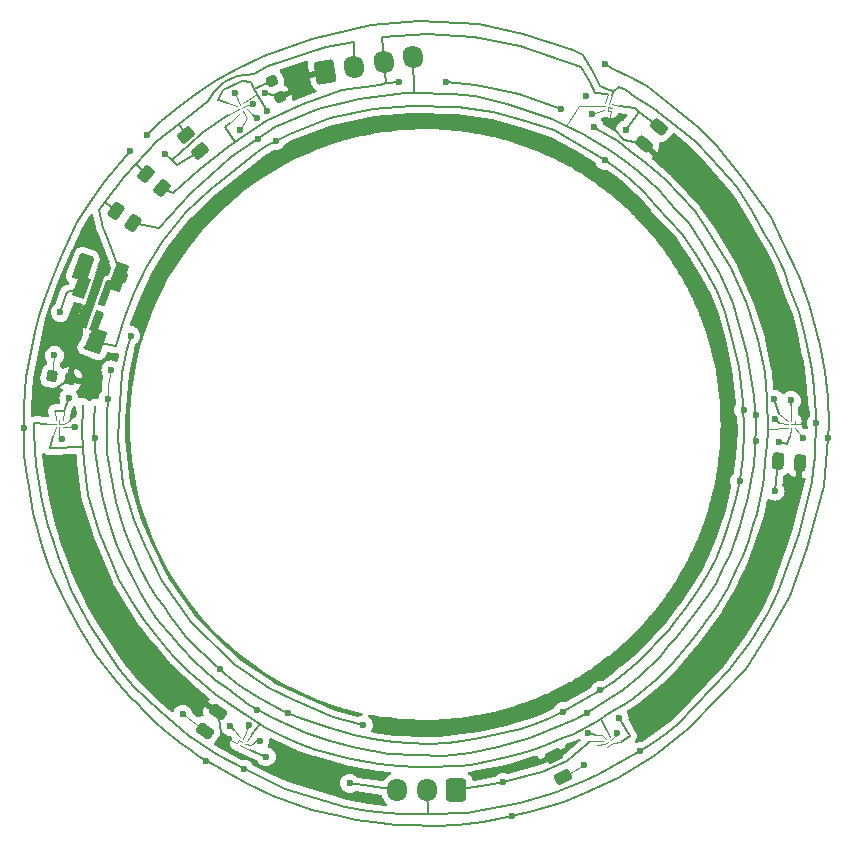
<source format=gbr>
%TF.GenerationSoftware,KiCad,Pcbnew,7.0.9*%
%TF.CreationDate,2024-01-04T19:56:31-05:00*%
%TF.ProjectId,Thermistor Ring,54686572-6d69-4737-946f-722052696e67,rev?*%
%TF.SameCoordinates,Original*%
%TF.FileFunction,Copper,L1,Top*%
%TF.FilePolarity,Positive*%
%FSLAX46Y46*%
G04 Gerber Fmt 4.6, Leading zero omitted, Abs format (unit mm)*
G04 Created by KiCad (PCBNEW 7.0.9) date 2024-01-04 19:56:31*
%MOMM*%
%LPD*%
G01*
G04 APERTURE LIST*
G04 Aperture macros list*
%AMRoundRect*
0 Rectangle with rounded corners*
0 $1 Rounding radius*
0 $2 $3 $4 $5 $6 $7 $8 $9 X,Y pos of 4 corners*
0 Add a 4 corners polygon primitive as box body*
4,1,4,$2,$3,$4,$5,$6,$7,$8,$9,$2,$3,0*
0 Add four circle primitives for the rounded corners*
1,1,$1+$1,$2,$3*
1,1,$1+$1,$4,$5*
1,1,$1+$1,$6,$7*
1,1,$1+$1,$8,$9*
0 Add four rect primitives between the rounded corners*
20,1,$1+$1,$2,$3,$4,$5,0*
20,1,$1+$1,$4,$5,$6,$7,0*
20,1,$1+$1,$6,$7,$8,$9,0*
20,1,$1+$1,$8,$9,$2,$3,0*%
%AMHorizOval*
0 Thick line with rounded ends*
0 $1 width*
0 $2 $3 position (X,Y) of the first rounded end (center of the circle)*
0 $4 $5 position (X,Y) of the second rounded end (center of the circle)*
0 Add line between two ends*
20,1,$1,$2,$3,$4,$5,0*
0 Add two circle primitives to create the rounded ends*
1,1,$1,$2,$3*
1,1,$1,$4,$5*%
%AMRotRect*
0 Rectangle, with rotation*
0 The origin of the aperture is its center*
0 $1 length*
0 $2 width*
0 $3 Rotation angle, in degrees counterclockwise*
0 Add horizontal line*
21,1,$1,$2,0,0,$3*%
G04 Aperture macros list end*
%TA.AperFunction,SMDPad,CuDef*%
%ADD10C,0.162560*%
%TD*%
%TA.AperFunction,SMDPad,CuDef*%
%ADD11RoundRect,0.250000X-0.203174X0.496835X-0.524568X0.113813X0.203174X-0.496835X0.524568X-0.113813X0*%
%TD*%
%TA.AperFunction,SMDPad,CuDef*%
%ADD12RoundRect,0.225000X0.296936X0.157969X-0.125926X0.311878X-0.296936X-0.157969X0.125926X-0.311878X0*%
%TD*%
%TA.AperFunction,SMDPad,CuDef*%
%ADD13RoundRect,0.250000X0.536151X-0.025833X0.324842X0.427321X-0.536151X0.025833X-0.324842X-0.427321X0*%
%TD*%
%TA.AperFunction,SMDPad,CuDef*%
%ADD14RoundRect,0.250000X-0.290448X-0.451404X0.207650X-0.494981X0.290448X0.451404X-0.207650X0.494981X0*%
%TD*%
%TA.AperFunction,SMDPad,CuDef*%
%ADD15RoundRect,0.225000X-0.264994X-0.207131X0.178170X-0.285273X0.264994X0.207131X-0.178170X0.285273X0*%
%TD*%
%TA.AperFunction,ComponentPad*%
%ADD16RoundRect,0.250000X-0.464990X-0.818175X0.716780X-0.609797X0.464990X0.818175X-0.716780X0.609797X0*%
%TD*%
%TA.AperFunction,ComponentPad*%
%ADD17HorizOval,1.700000X-0.021706X0.123101X0.021706X-0.123101X0*%
%TD*%
%TA.AperFunction,SMDPad,CuDef*%
%ADD18RoundRect,0.225000X-0.321666X0.098265X-0.131488X-0.309574X0.321666X-0.098265X0.131488X0.309574X0*%
%TD*%
%TA.AperFunction,ComponentPad*%
%ADD19RoundRect,0.250000X0.600000X0.725000X-0.600000X0.725000X-0.600000X-0.725000X0.600000X-0.725000X0*%
%TD*%
%TA.AperFunction,ComponentPad*%
%ADD20O,1.700000X1.950000*%
%TD*%
%TA.AperFunction,SMDPad,CuDef*%
%ADD21RotRect,1.805236X0.612132X250.000000*%
%TD*%
%TA.AperFunction,SMDPad,CuDef*%
%ADD22RoundRect,0.250000X-0.490341X-0.175988X-0.088168X-0.513452X0.490341X0.175988X0.088168X0.513452X0*%
%TD*%
%TA.AperFunction,SMDPad,CuDef*%
%ADD23RoundRect,0.250000X-0.473137X-0.218055X-0.043082X-0.519182X0.473137X0.218055X0.043082X0.519182X0*%
%TD*%
%TA.AperFunction,SMDPad,CuDef*%
%ADD24RoundRect,0.250000X0.245703X-0.477237X0.532491X-0.067661X-0.245703X0.477237X-0.532491X0.067661X0*%
%TD*%
%TA.AperFunction,SMDPad,CuDef*%
%ADD25RoundRect,0.250000X-0.513452X-0.088168X-0.175988X-0.490341X0.513452X0.088168X0.175988X0.490341X0*%
%TD*%
%TA.AperFunction,ViaPad*%
%ADD26C,0.600000*%
%TD*%
%TA.AperFunction,Conductor*%
%ADD27C,0.160000*%
%TD*%
%TA.AperFunction,Conductor*%
%ADD28C,0.100000*%
%TD*%
G04 APERTURE END LIST*
D10*
%TO.P,IC5,A1,VDD*%
%TO.N,/VDD*%
X106835808Y-87125408D03*
%TO.P,IC5,A2,A0*%
X106576000Y-87275408D03*
%TO.P,IC5,A3,A1*%
X106316192Y-87425408D03*
%TO.P,IC5,B1,INT*%
%TO.N,/INT*%
X106685808Y-86865600D03*
%TO.P,IC5,B2,GND_1*%
%TO.N,GND*%
X106426000Y-87015600D03*
%TO.P,IC5,B3,GND_2*%
X106166192Y-87165600D03*
%TO.P,IC5,C1,SDA*%
%TO.N,/SDA*%
X106535808Y-86605792D03*
%TO.P,IC5,C2,SCL*%
%TO.N,/SCL*%
X106276000Y-86755792D03*
%TO.P,IC5,C3,CVT/PDB*%
%TO.N,/CVT{slash}PDB*%
X106016192Y-86905792D03*
%TD*%
D11*
%TO.P,C1,1*%
%TO.N,/VDD*%
X110693200Y-34984658D03*
%TO.P,C1,2*%
%TO.N,GND*%
X109471904Y-36440142D03*
%TD*%
D12*
%TO.P,C8,1*%
%TO.N,/VDD*%
X62895789Y-53185349D03*
%TO.P,C8,2*%
%TO.N,GND*%
X61439267Y-52655219D03*
%TD*%
D10*
%TO.P,IC3,A1,VDD*%
%TO.N,/VDD*%
X121615200Y-59842400D03*
%TO.P,IC3,A2,A0*%
%TO.N,/SCL*%
X121915200Y-59842400D03*
%TO.P,IC3,A3,A1*%
%TO.N,GND*%
X122215200Y-59842400D03*
%TO.P,IC3,B1,INT*%
%TO.N,/INT*%
X121615200Y-60142400D03*
%TO.P,IC3,B2,GND_1*%
%TO.N,GND*%
X121915200Y-60142400D03*
%TO.P,IC3,B3,GND_2*%
X122215200Y-60142400D03*
%TO.P,IC3,C1,SDA*%
%TO.N,/SDA*%
X121615200Y-60442400D03*
%TO.P,IC3,C2,SCL*%
%TO.N,/SCL*%
X121915200Y-60442400D03*
%TO.P,IC3,C3,CVT/PDB*%
%TO.N,/CVT{slash}PDB*%
X122215200Y-60442400D03*
%TD*%
D13*
%TO.P,C3,1*%
%TO.N,/VDD*%
X102606174Y-89961584D03*
%TO.P,C3,2*%
%TO.N,GND*%
X101803200Y-88239600D03*
%TD*%
D14*
%TO.P,C2,1*%
%TO.N,/VDD*%
X120770415Y-63264802D03*
%TO.P,C2,2*%
%TO.N,GND*%
X122663185Y-63430398D03*
%TD*%
D15*
%TO.P,C6,1*%
%TO.N,/VDD*%
X59333174Y-56050223D03*
%TO.P,C6,2*%
%TO.N,GND*%
X60859626Y-56319377D03*
%TD*%
D10*
%TO.P,IC6,A1,VDD*%
%TO.N,/VDD*%
X74982192Y-33219792D03*
%TO.P,IC6,A2,A0*%
%TO.N,/SCL*%
X75242000Y-33069792D03*
%TO.P,IC6,A3,A1*%
%TO.N,/VDD*%
X75501808Y-32919792D03*
%TO.P,IC6,B1,INT*%
%TO.N,/INT*%
X75132192Y-33479600D03*
%TO.P,IC6,B2,GND_1*%
%TO.N,GND*%
X75392000Y-33329600D03*
%TO.P,IC6,B3,GND_2*%
X75651808Y-33179600D03*
%TO.P,IC6,C1,SDA*%
%TO.N,/SDA*%
X75282192Y-33739408D03*
%TO.P,IC6,C2,SCL*%
%TO.N,/SCL*%
X75542000Y-33589408D03*
%TO.P,IC6,C3,CVT/PDB*%
%TO.N,/CVT{slash}PDB*%
X75801808Y-33439408D03*
%TD*%
D16*
%TO.P,J1,1,Pin_1*%
%TO.N,GND*%
X82479142Y-30309161D03*
D17*
%TO.P,J1,2,Pin_2*%
%TO.N,/Power 3.3-5V*%
X84941161Y-29875041D03*
%TO.P,J1,3,Pin_3*%
%TO.N,/SDA*%
X87403181Y-29440920D03*
%TO.P,J1,4,Pin_4*%
%TO.N,/SCL*%
X89865200Y-29006800D03*
%TD*%
D18*
%TO.P,C5,1*%
%TO.N,/VDD*%
X77955271Y-31047611D03*
%TO.P,C5,2*%
%TO.N,GND*%
X78610329Y-32452389D03*
%TD*%
D10*
%TO.P,IC1,A1,VDD*%
%TO.N,/VDD*%
X106781745Y-33034060D03*
%TO.P,IC1,A2,A0*%
%TO.N,GND*%
X106729650Y-33329502D03*
%TO.P,IC1,A3,A1*%
X106677556Y-33624945D03*
%TO.P,IC1,B1,INT*%
%TO.N,/INT*%
X106486302Y-32981966D03*
%TO.P,IC1,B2,GND_1*%
%TO.N,GND*%
X106434208Y-33277408D03*
%TO.P,IC1,B3,GND_2*%
X106382114Y-33572850D03*
%TO.P,IC1,C1,SDA*%
%TO.N,/SDA*%
X106190860Y-32929871D03*
%TO.P,IC1,C2,SCL*%
%TO.N,/SCL*%
X106138766Y-33225314D03*
%TO.P,IC1,C3,CVT/PDB*%
%TO.N,/CVT{slash}PDB*%
X106086671Y-33520756D03*
%TD*%
D19*
%TO.P,J3,1,Pin_1*%
%TO.N,/CVT{slash}PDB*%
X93573600Y-91135200D03*
D20*
%TO.P,J3,2,Pin_2*%
%TO.N,/INT*%
X91073600Y-91135200D03*
%TO.P,J3,3,Pin_3*%
%TO.N,/ENABLE*%
X88573600Y-91135200D03*
%TD*%
D12*
%TO.P,C7,1*%
%TO.N,/Power 3.3-5V*%
X65287654Y-47621222D03*
%TO.P,C7,2*%
%TO.N,GND*%
X63831132Y-47091092D03*
%TD*%
D10*
%TO.P,IC2,A1,VDD*%
%TO.N,/VDD*%
X75501808Y-87425408D03*
%TO.P,IC2,A2,A0*%
X75242000Y-87275408D03*
%TO.P,IC2,A3,A1*%
%TO.N,GND*%
X74982192Y-87125408D03*
%TO.P,IC2,B1,INT*%
%TO.N,/INT*%
X75651808Y-87165600D03*
%TO.P,IC2,B2,GND_1*%
%TO.N,GND*%
X75392000Y-87015600D03*
%TO.P,IC2,B3,GND_2*%
X75132192Y-86865600D03*
%TO.P,IC2,C1,SDA*%
%TO.N,/SDA*%
X75801808Y-86905792D03*
%TO.P,IC2,C2,SCL*%
%TO.N,/SCL*%
X75542000Y-86755792D03*
%TO.P,IC2,C3,CVT/PDB*%
%TO.N,/CVT{slash}PDB*%
X75282192Y-86605792D03*
%TD*%
D21*
%TO.P,U1,1,IN*%
%TO.N,/Power 3.3-5V*%
X63804800Y-49225200D03*
%TO.P,U1,2,GND*%
%TO.N,GND*%
X62912091Y-48900281D03*
%TO.P,U1,3,EN*%
%TO.N,/ENABLE*%
X62019382Y-48575361D03*
%TO.P,U1,4,NC*%
%TO.N,GND*%
X61232406Y-50737562D03*
%TO.P,U1,5,OUT*%
%TO.N,/VDD*%
X63017824Y-51387401D03*
%TD*%
D22*
%TO.P,R3,1*%
%TO.N,/Power 3.3-5V*%
X67259200Y-38963600D03*
%TO.P,R3,2*%
%TO.N,/SDA*%
X68657232Y-40136688D03*
%TD*%
D23*
%TO.P,R2,1*%
%TO.N,/Power 3.3-5V*%
X64719200Y-42062400D03*
%TO.P,R2,2*%
%TO.N,/SCL*%
X66214152Y-43109176D03*
%TD*%
D24*
%TO.P,C4,1*%
%TO.N,/VDD*%
X72316204Y-86087588D03*
%TO.P,C4,2*%
%TO.N,GND*%
X73406000Y-84531200D03*
%TD*%
D25*
%TO.P,R1,1*%
%TO.N,/Power 3.3-5V*%
X70658112Y-35635168D03*
%TO.P,R1,2*%
%TO.N,/INT*%
X71831200Y-37033200D03*
%TD*%
D10*
%TO.P,IC4,A1,VDD*%
%TO.N,/VDD*%
X59639200Y-59796400D03*
%TO.P,IC4,A2,A0*%
%TO.N,GND*%
X59939200Y-59796400D03*
%TO.P,IC4,A3,A1*%
%TO.N,/VDD*%
X60239200Y-59796400D03*
%TO.P,IC4,B1,INT*%
%TO.N,/INT*%
X59639200Y-60096400D03*
%TO.P,IC4,B2,GND_1*%
%TO.N,GND*%
X59939200Y-60096400D03*
%TO.P,IC4,B3,GND_2*%
X60239200Y-60096400D03*
%TO.P,IC4,C1,SDA*%
%TO.N,/SDA*%
X59639200Y-60396400D03*
%TO.P,IC4,C2,SCL*%
%TO.N,/SCL*%
X59939200Y-60396400D03*
%TO.P,IC4,C3,CVT/PDB*%
%TO.N,/CVT{slash}PDB*%
X60239200Y-60396400D03*
%TD*%
D26*
%TO.N,/VDD*%
X64312800Y-55524400D03*
X59537600Y-54305200D03*
X78282800Y-36118800D03*
X102585795Y-84450195D03*
X104343200Y-89001600D03*
X106121200Y-37795200D03*
X107340400Y-84988400D03*
X107899200Y-35204400D03*
X70408800Y-84683600D03*
X117551200Y-64922400D03*
X120497600Y-58013600D03*
X77571600Y-33629600D03*
X60756800Y-57912000D03*
X77470000Y-88290400D03*
X105765600Y-82651600D03*
X79330378Y-84601222D03*
X73591530Y-80891270D03*
X117883517Y-58928000D03*
X64058800Y-58013600D03*
X120548400Y-65786000D03*
%TO.N,GND*%
X121208800Y-68732400D03*
X63042800Y-44907200D03*
X68466855Y-47029255D03*
X58674000Y-58166000D03*
X61163200Y-59182000D03*
X97739200Y-85293200D03*
X108966000Y-41249600D03*
X111658400Y-38150800D03*
X87071200Y-85852000D03*
X116078000Y-67106800D03*
X77368400Y-32105600D03*
X86410800Y-89814400D03*
X80213200Y-30937200D03*
X61163200Y-59182000D03*
X98856800Y-89103200D03*
X108966000Y-41249600D03*
X81737200Y-35763200D03*
X76352400Y-33020000D03*
%TO.N,/INT*%
X67411600Y-35610800D03*
X76911200Y-86918800D03*
X109118400Y-87833200D03*
X124053600Y-60045600D03*
X68935600Y-37236400D03*
X75625234Y-89322366D03*
X107188000Y-86309200D03*
X120548400Y-59690000D03*
%TO.N,/SDA*%
X102412800Y-33477200D03*
X105257600Y-34950400D03*
X92710000Y-31140400D03*
X88747600Y-31191200D03*
%TO.N,/SCL*%
X121920000Y-58115200D03*
X74828400Y-32105600D03*
X104606436Y-84591236D03*
X120853200Y-61671200D03*
X76776826Y-35984426D03*
X104749600Y-86309200D03*
X60147200Y-61417200D03*
X118908749Y-59334400D03*
X118908124Y-61569600D03*
X62941200Y-61315600D03*
X75996800Y-85598000D03*
X75234800Y-35255200D03*
X76702265Y-84282935D03*
%TO.N,/CVT{slash}PDB*%
X74371200Y-85699600D03*
X97536000Y-90431761D03*
X61264800Y-60401200D03*
X106172000Y-29667200D03*
X104546400Y-32359600D03*
X72385853Y-88599347D03*
X105054400Y-33832800D03*
X125069600Y-61264800D03*
X65938400Y-37033200D03*
X56946800Y-60452000D03*
X122885200Y-61315600D03*
X98247200Y-93319600D03*
X76657200Y-34239200D03*
%TO.N,/ENABLE*%
X65989200Y-52628800D03*
X60045600Y-50647600D03*
X85699600Y-85598000D03*
X84531200Y-90525600D03*
%TD*%
D27*
%TO.N,/VDD*%
X63957200Y-60350400D02*
X63957200Y-59334400D01*
X115671600Y-48869600D02*
X116332000Y-50647600D01*
X108661200Y-33375600D02*
X109029756Y-33667444D01*
X114858800Y-72796400D02*
X113944400Y-74320400D01*
X112674400Y-43992800D02*
X113944400Y-45872400D01*
X113944400Y-74320400D02*
X112928400Y-75793600D01*
X117856000Y-62992000D02*
X117652800Y-64109600D01*
X75234800Y-82296000D02*
X74015600Y-81280000D01*
X76448653Y-31704547D02*
X77955271Y-31047611D01*
X86512400Y-86817200D02*
X84937600Y-86461600D01*
X117856000Y-58267600D02*
X117957600Y-60706000D01*
X107492800Y-87020400D02*
X108254800Y-86512400D01*
X69900800Y-77165200D02*
X69291200Y-76352400D01*
D28*
X121615200Y-59842400D02*
X120904000Y-59283600D01*
D27*
X68224400Y-74828400D02*
X67513200Y-73710800D01*
X64008000Y-61417200D02*
X63957200Y-60350400D01*
X86512400Y-33426400D02*
X89712800Y-33172400D01*
X112268000Y-76657200D02*
X111556800Y-77571600D01*
X68681600Y-44704000D02*
X70713600Y-42164000D01*
X77622400Y-36474400D02*
X78282800Y-36118800D01*
X116840000Y-67868800D02*
X116535200Y-68783200D01*
X104495600Y-83413600D02*
X102717600Y-84378800D01*
X108305600Y-39370000D02*
X109423200Y-40436800D01*
X114808000Y-47294800D02*
X115671600Y-48869600D01*
X64262000Y-64008000D02*
X64008000Y-62534800D01*
X95605600Y-86715600D02*
X94030800Y-86969600D01*
X71882000Y-79298800D02*
X71323200Y-78790800D01*
X108254800Y-86512400D02*
X107340400Y-84988400D01*
X59588400Y-59029600D02*
X60350400Y-59029600D01*
X78282800Y-36118800D02*
X79451200Y-35560000D01*
X66294000Y-49022000D02*
X67310000Y-46939200D01*
D28*
X64109600Y-56845200D02*
X64312800Y-55524400D01*
X64058800Y-58013600D02*
X64109600Y-56845200D01*
X74982192Y-33219792D02*
X74218800Y-32969200D01*
X75501808Y-87425408D02*
X75242000Y-87275408D01*
X106576000Y-87275408D02*
X106835808Y-87125408D01*
D27*
X101498400Y-85039200D02*
X100482400Y-85445600D01*
X79044800Y-84480400D02*
X77012800Y-83413600D01*
X66802000Y-72339200D02*
X66090800Y-70662800D01*
D28*
X75501808Y-32919792D02*
X76729390Y-32185810D01*
D27*
X109029756Y-33667444D02*
X110693200Y-34984658D01*
D28*
X76098400Y-87680800D02*
X75501808Y-87425408D01*
D27*
X77470000Y-88290400D02*
X76098400Y-87680800D01*
X75438000Y-31089600D02*
X73812400Y-31851600D01*
X107899200Y-35204400D02*
X109029756Y-33667444D01*
X82854800Y-85852000D02*
X80365600Y-85039200D01*
X116535200Y-68783200D02*
X116128800Y-70053200D01*
X76962000Y-36931600D02*
X77622400Y-36474400D01*
X107899200Y-81076800D02*
X106984800Y-81838800D01*
X74015600Y-81280000D02*
X72796400Y-80162400D01*
X79451200Y-35560000D02*
X82905600Y-34239200D01*
X109880400Y-79349600D02*
X108915200Y-80264000D01*
X117551200Y-64922400D02*
X117246400Y-66395600D01*
X99009200Y-85902800D02*
X97891600Y-86207600D01*
D28*
X104343200Y-89001600D02*
X102606174Y-89961584D01*
D27*
X117246400Y-66395600D02*
X116840000Y-67868800D01*
X77012800Y-83413600D02*
X75234800Y-82296000D01*
X71323200Y-78790800D02*
X70662800Y-78130400D01*
X68783200Y-75539600D02*
X68224400Y-74828400D01*
X99161600Y-34391600D02*
X101803200Y-35255200D01*
X120497600Y-58013600D02*
X120904000Y-59283600D01*
X84937600Y-86461600D02*
X82854800Y-85852000D01*
X65532000Y-69240400D02*
X65074800Y-67868800D01*
X88290400Y-87071200D02*
X86512400Y-86817200D01*
X117500400Y-55321200D02*
X117856000Y-58267600D01*
X72796400Y-80162400D02*
X72288400Y-79705200D01*
X73406000Y-32664400D02*
X74218800Y-32969200D01*
X64516000Y-65328800D02*
X64262000Y-64008000D01*
X116941600Y-52882800D02*
X117500400Y-55321200D01*
X70662800Y-78130400D02*
X69900800Y-77165200D01*
X100482400Y-85445600D02*
X99009200Y-85902800D01*
X67513200Y-73710800D02*
X66802000Y-72339200D01*
X110642400Y-78486000D02*
X109880400Y-79349600D01*
X110490000Y-41656000D02*
X112674400Y-43992800D01*
X107340400Y-33172400D02*
X108661200Y-33375600D01*
X117957600Y-60706000D02*
X117856000Y-62992000D01*
D28*
X106781745Y-33034060D02*
X107340400Y-33172400D01*
D27*
X69291200Y-76352400D02*
X68783200Y-75539600D01*
X92862400Y-87122000D02*
X91135200Y-87172800D01*
X66090800Y-70662800D02*
X65532000Y-69240400D01*
X64770000Y-66700400D02*
X64516000Y-65328800D01*
D28*
X60239200Y-59796400D02*
X60350400Y-59029600D01*
D27*
X72288400Y-79705200D02*
X71882000Y-79298800D01*
X97891600Y-86207600D02*
X95605600Y-86715600D01*
X76448653Y-31704547D02*
X76149200Y-31191200D01*
X104698800Y-36880800D02*
X106121200Y-37795200D01*
X107391200Y-38658800D02*
X108305600Y-39370000D01*
D28*
X70408800Y-84683600D02*
X72316204Y-86087588D01*
D27*
X101803200Y-35255200D02*
X104698800Y-36880800D01*
D28*
X106316192Y-87425408D02*
X106576000Y-87275408D01*
D27*
X96672400Y-33680400D02*
X99161600Y-34391600D01*
X82905600Y-34239200D02*
X86512400Y-33426400D01*
X115519200Y-71526400D02*
X114858800Y-72796400D01*
X65430400Y-51206400D02*
X66294000Y-49022000D01*
X120548400Y-65786000D02*
X120770415Y-63264802D01*
X63957200Y-59334400D02*
X64058800Y-58013600D01*
X112928400Y-75793600D02*
X112268000Y-76657200D01*
X109423200Y-40436800D02*
X110490000Y-41656000D01*
D28*
X59639200Y-59796400D02*
X59588400Y-59029600D01*
D27*
X111556800Y-77571600D02*
X110642400Y-78486000D01*
X116332000Y-50647600D02*
X116941600Y-52882800D01*
X64719200Y-53543200D02*
X65430400Y-51206400D01*
X77571600Y-33629600D02*
X76729390Y-32185810D01*
X76729390Y-32185810D02*
X76448653Y-31704547D01*
X89712800Y-33172400D02*
X93675200Y-33274000D01*
X93675200Y-33274000D02*
X96672400Y-33680400D01*
X80365600Y-85039200D02*
X79044800Y-84480400D01*
X73812400Y-31851600D02*
X73406000Y-32664400D01*
X60350400Y-59029600D02*
X60756800Y-57912000D01*
X70713600Y-42164000D02*
X72796400Y-40233600D01*
X76149200Y-31191200D02*
X75438000Y-31089600D01*
D28*
X59537600Y-54305200D02*
X59333174Y-56050223D01*
D27*
X94030800Y-86969600D02*
X92862400Y-87122000D01*
X105816400Y-82651600D02*
X104495600Y-83413600D01*
X65074800Y-67868800D02*
X64770000Y-66700400D01*
X106121200Y-37795200D02*
X107391200Y-38658800D01*
X106984800Y-81838800D02*
X105816400Y-82651600D01*
X108915200Y-80264000D02*
X107899200Y-81076800D01*
X67310000Y-46939200D02*
X68681600Y-44704000D01*
D28*
X106835808Y-87125408D02*
X107492800Y-87020400D01*
D27*
X91135200Y-87172800D02*
X88290400Y-87071200D01*
X117652800Y-64109600D02*
X117551200Y-64922400D01*
X116128800Y-70053200D02*
X115519200Y-71526400D01*
X72796400Y-40233600D02*
X76962000Y-36931600D01*
X62895789Y-53185349D02*
X64719200Y-53543200D01*
X113944400Y-45872400D02*
X114808000Y-47294800D01*
X102717600Y-84378800D02*
X101498400Y-85039200D01*
X64008000Y-62534800D02*
X64008000Y-61417200D01*
%TO.N,GND*%
X81686400Y-88900000D02*
X80162400Y-88493600D01*
X97739200Y-85293200D02*
X96621600Y-85496400D01*
X75488800Y-88290400D02*
X74523600Y-87833200D01*
X103682800Y-82854800D02*
X102108000Y-83566000D01*
X116484400Y-55219600D02*
X116738400Y-56845200D01*
X96621600Y-85496400D02*
X95453200Y-85750400D01*
X73609200Y-86207600D02*
X73406000Y-84531200D01*
X59334400Y-57353200D02*
X60859626Y-56319377D01*
X81737200Y-35763200D02*
X83769200Y-35102800D01*
X115620800Y-68630800D02*
X114757200Y-70713600D01*
X61163200Y-59232800D02*
X61163200Y-59182000D01*
X110845600Y-43332400D02*
X111658400Y-44348400D01*
D28*
X122215200Y-59842400D02*
X122215200Y-60142400D01*
X75651808Y-33179600D02*
X76250800Y-33020000D01*
D27*
X83769200Y-35102800D02*
X85598000Y-34696400D01*
D28*
X75392000Y-33329600D02*
X75651808Y-33179600D01*
D27*
X73914000Y-87325200D02*
X74029614Y-86549186D01*
X107746800Y-36068000D02*
X106934000Y-35102800D01*
X91389200Y-86156800D02*
X89865200Y-86055200D01*
X80162400Y-88493600D02*
X79197200Y-89154000D01*
X70764400Y-43840400D02*
X69443600Y-45618400D01*
D28*
X121915200Y-60142400D02*
X122215200Y-60142400D01*
D27*
X102870000Y-36982400D02*
X105054400Y-38252400D01*
X99974400Y-84531200D02*
X97739200Y-85293200D01*
X87579200Y-85953600D02*
X87071200Y-85852000D01*
X69443600Y-45618400D02*
X68466855Y-47029255D01*
D28*
X74982192Y-87125408D02*
X74422000Y-86868000D01*
D27*
X78079600Y-89458800D02*
X76911200Y-89154000D01*
X109471904Y-36440142D02*
X107746800Y-36068000D01*
X74422000Y-86868000D02*
X74029614Y-86549186D01*
X97028000Y-34798000D02*
X99314000Y-35509200D01*
X73202800Y-41198800D02*
X72339200Y-42011600D01*
X114757200Y-49580800D02*
X115366800Y-51257200D01*
X81127600Y-30530800D02*
X82479142Y-30309161D01*
D28*
X106677556Y-33624945D02*
X106476800Y-34340800D01*
D27*
X116890800Y-58877200D02*
X116941600Y-60604400D01*
X74523600Y-87833200D02*
X73914000Y-87325200D01*
X108915200Y-41249600D02*
X108966000Y-41249600D01*
X115874800Y-52882800D02*
X116484400Y-55219600D01*
X95453200Y-85750400D02*
X93014800Y-86055200D01*
X89865200Y-86055200D02*
X87579200Y-85953600D01*
X81737200Y-35763200D02*
X80162400Y-36372800D01*
X76911200Y-89154000D02*
X76301600Y-88646000D01*
X105054400Y-38252400D02*
X108254800Y-40640000D01*
X113538000Y-73050400D02*
X112217200Y-75082400D01*
D28*
X122215200Y-60142400D02*
X122834400Y-60147200D01*
D27*
X72339200Y-42011600D02*
X71577200Y-42824400D01*
X78181200Y-37490400D02*
X76657200Y-38404800D01*
X112217200Y-75082400D02*
X110439200Y-77368400D01*
X109829600Y-42214800D02*
X110845600Y-43332400D01*
X112572800Y-45669200D02*
X113182400Y-46532800D01*
X77368400Y-32105600D02*
X78610329Y-32452389D01*
X108254800Y-40640000D02*
X108915200Y-41249600D01*
X116433600Y-65430400D02*
X116078000Y-67106800D01*
X85598000Y-34696400D02*
X87782400Y-34340800D01*
X111658400Y-44348400D02*
X112572800Y-45669200D01*
X85140800Y-89458800D02*
X81686400Y-88900000D01*
X105156000Y-81991200D02*
X103682800Y-82854800D01*
D28*
X106166192Y-87165600D02*
X105511600Y-87274400D01*
X74982192Y-87125408D02*
X75132192Y-86865600D01*
D27*
X113893600Y-47752000D02*
X114757200Y-49580800D01*
X116738400Y-56845200D02*
X116890800Y-58877200D01*
X60858400Y-59893200D02*
X61163200Y-59232800D01*
D28*
X59939200Y-59796400D02*
X59939200Y-60096400D01*
D27*
X74218800Y-40284400D02*
X73202800Y-41198800D01*
X110439200Y-77368400D02*
X109372400Y-78536800D01*
X116078000Y-67106800D02*
X115620800Y-68630800D01*
D28*
X75392000Y-87015600D02*
X75132192Y-86865600D01*
D27*
X93014800Y-86055200D02*
X91389200Y-86156800D01*
X86410800Y-89814400D02*
X85140800Y-89458800D01*
X98856800Y-89103200D02*
X101803200Y-88239600D01*
X99314000Y-35509200D02*
X102870000Y-36982400D01*
X76301600Y-88646000D02*
X75488800Y-88290400D01*
X79197200Y-89154000D02*
X78079600Y-89458800D01*
X80162400Y-36372800D02*
X78181200Y-37490400D01*
X76250800Y-33020000D02*
X76352400Y-33020000D01*
X108966000Y-41249600D02*
X109829600Y-42214800D01*
X111658400Y-38150800D02*
X109471904Y-36440142D01*
X87782400Y-34340800D02*
X91846400Y-34137600D01*
X74029614Y-86549186D02*
X73609200Y-86207600D01*
X80010000Y-31750000D02*
X78610329Y-32452389D01*
X80213200Y-30937200D02*
X81127600Y-30530800D01*
X94437200Y-34391600D02*
X97028000Y-34798000D01*
X107035600Y-80619600D02*
X105156000Y-81991200D01*
D28*
X106677556Y-33624945D02*
X106382114Y-33572850D01*
X106426000Y-87015600D02*
X106166192Y-87165600D01*
D27*
X71577200Y-42824400D02*
X70764400Y-43840400D01*
X113182400Y-46532800D02*
X113893600Y-47752000D01*
X75133200Y-39522400D02*
X74218800Y-40284400D01*
X91846400Y-34137600D02*
X94437200Y-34391600D01*
X116941600Y-60604400D02*
X116687600Y-63398400D01*
D28*
X106382114Y-33572850D02*
X106434208Y-33277408D01*
D27*
X58674000Y-58166000D02*
X59334400Y-57353200D01*
D28*
X60239200Y-60096400D02*
X60858400Y-59893200D01*
D27*
X80213200Y-30937200D02*
X80010000Y-31750000D01*
X114757200Y-70713600D02*
X113538000Y-73050400D01*
D28*
X106434208Y-33277408D02*
X106729650Y-33329502D01*
D27*
X102108000Y-83566000D02*
X99974400Y-84531200D01*
X76657200Y-38404800D02*
X75133200Y-39522400D01*
X115366800Y-51257200D02*
X115874800Y-52882800D01*
X109372400Y-78536800D02*
X107035600Y-80619600D01*
X63042800Y-44907200D02*
X63831132Y-47091092D01*
X121208800Y-68732400D02*
X122663185Y-63430398D01*
D28*
X59939200Y-60096400D02*
X60239200Y-60096400D01*
D27*
X116687600Y-63398400D02*
X116433600Y-65430400D01*
%TO.N,/Power 3.3-5V*%
X68224400Y-36118800D02*
X70103730Y-34696130D01*
X73914000Y-31191200D02*
X75031600Y-30683200D01*
X65430400Y-39166800D02*
X66426522Y-38080122D01*
X76454000Y-30480000D02*
X77622400Y-29819600D01*
X66426522Y-38080122D02*
X68224400Y-36118800D01*
X63802705Y-41298305D02*
X65430400Y-39166800D01*
X82550000Y-28194000D02*
X84937600Y-27787600D01*
X65287654Y-47621222D02*
X63813062Y-43891200D01*
X84937600Y-27787600D02*
X84941161Y-29875041D01*
X70103730Y-34696130D02*
X70658112Y-35635168D01*
X63296800Y-41960800D02*
X63802705Y-41298305D01*
X72542400Y-32766000D02*
X73050400Y-32004000D01*
X75031600Y-30683200D02*
X76454000Y-30480000D01*
X66426522Y-38080122D02*
X67259200Y-38963600D01*
X63652400Y-43484800D02*
X63296800Y-41960800D01*
X71170800Y-33832800D02*
X72542400Y-32766000D01*
X63813062Y-43891200D02*
X63652400Y-43484800D01*
X73050400Y-32004000D02*
X73914000Y-31191200D01*
X70103730Y-34696130D02*
X71170800Y-33832800D01*
X77622400Y-29819600D02*
X82550000Y-28194000D01*
X63802705Y-41298305D02*
X64719200Y-42062400D01*
%TO.N,/INT*%
X73355200Y-88138000D02*
X70967600Y-86512400D01*
X79095600Y-90982800D02*
X77520800Y-90271600D01*
D28*
X106685808Y-86865600D02*
X107032406Y-86560006D01*
D27*
X60960000Y-74168000D02*
X60502800Y-72999600D01*
X70967600Y-86512400D02*
X68478400Y-84429600D01*
X119227600Y-43180000D02*
X118618000Y-42113200D01*
X75692000Y-89357200D02*
X73355200Y-88138000D01*
X111404400Y-86258400D02*
X112369600Y-85496400D01*
X86360000Y-26314400D02*
X90424000Y-25958800D01*
X103479600Y-28448000D02*
X104292400Y-28854400D01*
X115163600Y-37592000D02*
X113741200Y-36118800D01*
X123342400Y-53848000D02*
X123037600Y-52324000D01*
D28*
X58928000Y-60096400D02*
X59639200Y-60096400D01*
D27*
X109118400Y-87833200D02*
X110185200Y-87122000D01*
X67411600Y-35610800D02*
X68580000Y-34442400D01*
X87782400Y-93065600D02*
X86106000Y-92862400D01*
X60502800Y-72999600D02*
X59944000Y-71526400D01*
X68478400Y-84429600D02*
X66243200Y-82346800D01*
X84175600Y-92506800D02*
X79095600Y-90982800D01*
X108661200Y-32410400D02*
X107899200Y-31800800D01*
X123037600Y-52324000D02*
X122580400Y-50647600D01*
X123901200Y-62941200D02*
X123952000Y-61976000D01*
X123952000Y-61976000D02*
X124053600Y-60655200D01*
X77317600Y-28956000D02*
X81330800Y-27533600D01*
X77520800Y-90271600D02*
X75692000Y-89357200D01*
X70205600Y-33172400D02*
X71526400Y-32156400D01*
X71526400Y-32156400D02*
X73152000Y-31038800D01*
X123850400Y-57099200D02*
X123647200Y-55524400D01*
X101854000Y-91338400D02*
X104343200Y-90373200D01*
X95453200Y-26212800D02*
X99212400Y-27076400D01*
X61671200Y-75590400D02*
X60960000Y-74168000D01*
X59385200Y-69951600D02*
X59029600Y-68783200D01*
X122580400Y-69392800D02*
X123698000Y-65024000D01*
X69900800Y-38150800D02*
X69483416Y-37755384D01*
X110236000Y-33324800D02*
X108661200Y-32410400D01*
D28*
X106486302Y-32981966D02*
X106730800Y-32258000D01*
D27*
X65024000Y-80822800D02*
X63804800Y-79095600D01*
X123698000Y-65024000D02*
X123799600Y-64109600D01*
X57835800Y-60045600D02*
X58928000Y-60096400D01*
X58013600Y-63601600D02*
X57810400Y-60858400D01*
X71018400Y-36423600D02*
X69483416Y-37755384D01*
D28*
X107032406Y-86560006D02*
X107086400Y-86512400D01*
D27*
X112369600Y-85496400D02*
X116636800Y-80975200D01*
X124053600Y-59232800D02*
X123952000Y-58216800D01*
X104292400Y-28854400D02*
X105105200Y-30276800D01*
X104343200Y-90373200D02*
X105664000Y-89712800D01*
X58521600Y-66598800D02*
X58013600Y-63601600D01*
X76911200Y-86918800D02*
X76606400Y-86969600D01*
X120548400Y-59690000D02*
X120853200Y-60045600D01*
X69483416Y-37755384D02*
X68935600Y-37236400D01*
X63804800Y-79095600D02*
X62636400Y-77266800D01*
X118618000Y-42113200D02*
X117297200Y-40081200D01*
X91135200Y-93167200D02*
X91073600Y-91135200D01*
D28*
X75132192Y-33479600D02*
X74269600Y-33934400D01*
D27*
X90271600Y-93167200D02*
X89001600Y-93116400D01*
X66243200Y-82346800D02*
X65024000Y-80822800D01*
X106883200Y-31902400D02*
X107340400Y-31597600D01*
X123952000Y-58216800D02*
X123850400Y-57099200D01*
X122580400Y-50647600D02*
X121767600Y-48514000D01*
X117297200Y-40081200D02*
X115163600Y-37592000D01*
X105664000Y-89712800D02*
X109118400Y-87833200D01*
X123647200Y-55524400D02*
X123545600Y-54660800D01*
X119735600Y-44094400D02*
X119227600Y-43180000D01*
X73152000Y-31038800D02*
X74980800Y-30022800D01*
X57810400Y-60858400D02*
X57835800Y-60045600D01*
X105714800Y-31496000D02*
X106527600Y-31800800D01*
X81330800Y-27533600D02*
X86360000Y-26314400D01*
X118516400Y-78486000D02*
X119938800Y-76098400D01*
X120954800Y-46380400D02*
X120294400Y-45008800D01*
X90424000Y-25958800D02*
X95453200Y-26212800D01*
X106527600Y-31800800D02*
X106883200Y-31902400D01*
X69900800Y-38150800D02*
X71831200Y-37033200D01*
X120802400Y-74320400D02*
X122580400Y-69392800D01*
X123799600Y-64109600D02*
X123901200Y-62941200D01*
X106883200Y-31902400D02*
X106730800Y-32258000D01*
X105105200Y-30276800D02*
X105714800Y-31496000D01*
X94437200Y-93014800D02*
X98958400Y-92202000D01*
X123545600Y-54660800D02*
X123342400Y-53848000D01*
X98958400Y-92202000D02*
X101854000Y-91338400D01*
X74980800Y-30022800D02*
X77317600Y-28956000D01*
X62636400Y-77266800D02*
X61671200Y-75590400D01*
X89001600Y-93116400D02*
X87782400Y-93065600D01*
X116636800Y-80975200D02*
X118516400Y-78486000D01*
X124053600Y-60655200D02*
X124053600Y-59232800D01*
X107899200Y-31800800D02*
X107340400Y-31597600D01*
X59944000Y-71526400D02*
X59385200Y-69951600D01*
X121361200Y-47345600D02*
X120954800Y-46380400D01*
X91135200Y-93167200D02*
X90271600Y-93167200D01*
X86106000Y-92862400D02*
X84175600Y-92506800D01*
X110185200Y-87122000D02*
X111404400Y-86258400D01*
D28*
X107188000Y-86309200D02*
X107032406Y-86560006D01*
D27*
X120294400Y-45008800D02*
X119735600Y-44094400D01*
X74269600Y-33934400D02*
X72034400Y-35509200D01*
D28*
X75651808Y-87165600D02*
X76200000Y-87274400D01*
D27*
X68580000Y-34442400D02*
X70205600Y-33172400D01*
X99212400Y-27076400D02*
X103479600Y-28448000D01*
X72034400Y-35509200D02*
X71018400Y-36423600D01*
D28*
X76200000Y-87274400D02*
X76606400Y-86969600D01*
X120853200Y-60045600D02*
X121615200Y-60142400D01*
D27*
X119938800Y-76098400D02*
X120802400Y-74320400D01*
X121767600Y-48514000D02*
X121361200Y-47345600D01*
X91135200Y-93167200D02*
X94437200Y-93014800D01*
X59029600Y-68783200D02*
X58521600Y-66598800D01*
X113741200Y-36118800D02*
X110236000Y-33324800D01*
%TO.N,/SDA*%
X111861600Y-80416400D02*
X110591600Y-81686400D01*
X62026800Y-63296800D02*
X61947425Y-62026800D01*
X100025200Y-87680800D02*
X98856800Y-88036400D01*
X76945641Y-85512759D02*
X76301600Y-86360000D01*
X69088000Y-79146400D02*
X68021200Y-77927200D01*
X80568800Y-33020000D02*
X83921600Y-31851600D01*
X59182000Y-62179200D02*
X59436000Y-61163200D01*
X88696800Y-89052400D02*
X87020400Y-88900000D01*
X61874400Y-60858400D02*
X61925200Y-58470800D01*
X105257600Y-34950400D02*
X105156000Y-34950400D01*
X102768400Y-86614000D02*
X101193600Y-87274400D01*
X111302800Y-39471600D02*
X112471200Y-40690800D01*
X69799200Y-80010000D02*
X69088000Y-79146400D01*
X112471200Y-40690800D02*
X113741200Y-42113200D01*
X92710000Y-31140400D02*
X95250000Y-31445200D01*
X62382400Y-66141600D02*
X62026800Y-63296800D01*
X104648000Y-85750400D02*
X103327200Y-86410800D01*
X74218800Y-36626800D02*
X74832234Y-36224234D01*
X97891600Y-88341200D02*
X96774000Y-88595200D01*
X119227600Y-66852800D02*
X119024400Y-67716400D01*
X108000800Y-83718400D02*
X107289600Y-84124800D01*
X74832234Y-36224234D02*
X77470000Y-34493200D01*
X119634000Y-64719200D02*
X119481600Y-65684400D01*
X98856800Y-32156400D02*
X102412800Y-33477200D01*
X116789200Y-46939200D02*
X118160800Y-49987200D01*
X93675200Y-89052400D02*
X93065600Y-89103200D01*
X61947425Y-62026800D02*
X59182000Y-62179200D01*
X68657232Y-40136688D02*
X69596000Y-40589200D01*
X109626400Y-37998400D02*
X111302800Y-39471600D01*
X110591600Y-81686400D02*
X108610400Y-83312000D01*
X119928105Y-60502800D02*
X119938800Y-60807600D01*
X98958400Y-28143200D02*
X104140000Y-29870400D01*
D28*
X121615200Y-60442400D02*
X119928105Y-60502800D01*
D27*
X87630000Y-31242000D02*
X88747600Y-31191200D01*
X105800634Y-85074234D02*
X106222800Y-85902800D01*
X78841600Y-86512400D02*
X77317600Y-85750400D01*
X70866000Y-81026000D02*
X69799200Y-80010000D01*
X68021200Y-77927200D02*
X67106800Y-76708000D01*
X115570000Y-75692000D02*
X113639600Y-78282800D01*
X114909600Y-43738800D02*
X116789200Y-46939200D01*
X101193600Y-87274400D02*
X100025200Y-87680800D01*
X75488800Y-84582000D02*
X74472800Y-83870800D01*
X107238800Y-36169600D02*
X108305600Y-37033200D01*
X118313200Y-69900800D02*
X117805200Y-71272400D01*
X80314800Y-87223600D02*
X78841600Y-86512400D01*
X119938800Y-60807600D02*
X119888000Y-61925200D01*
D28*
X106535808Y-86605792D02*
X106222800Y-85902800D01*
D27*
X104851200Y-31191200D02*
X105308400Y-32054800D01*
X108610400Y-83312000D02*
X108000800Y-83718400D01*
X113639600Y-78282800D02*
X111861600Y-80416400D01*
X71983600Y-81991200D02*
X70866000Y-81026000D01*
X96774000Y-88595200D02*
X94792800Y-88950800D01*
X105359200Y-85344000D02*
X104648000Y-85750400D01*
X66294000Y-75438000D02*
X65024000Y-73355200D01*
X98856800Y-88036400D02*
X97891600Y-88341200D01*
X106273600Y-84785200D02*
X105800634Y-85074234D01*
X69596000Y-40589200D02*
X71831200Y-38557200D01*
X119024400Y-67716400D02*
X118719600Y-68681600D01*
X74472800Y-83870800D02*
X73152000Y-83007200D01*
X74015600Y-35001200D02*
X74371200Y-34645600D01*
X104140000Y-29870400D02*
X104851200Y-31191200D01*
X95250000Y-31445200D02*
X98856800Y-32156400D01*
X87630000Y-31242000D02*
X87403181Y-29440920D01*
X83921600Y-31851600D02*
X87071200Y-31394400D01*
X105156000Y-34950400D02*
X107238800Y-36169600D01*
X61947425Y-62026800D02*
X61874400Y-60858400D01*
X91084400Y-27127200D02*
X95097600Y-27330400D01*
X118719600Y-68681600D02*
X118313200Y-69900800D01*
X116535200Y-74015600D02*
X115570000Y-75692000D01*
X74832234Y-36224234D02*
X74015600Y-35001200D01*
X87274400Y-27381200D02*
X91084400Y-27127200D01*
D28*
X59639200Y-60396400D02*
X59436000Y-61163200D01*
D27*
X84632800Y-88493600D02*
X81686400Y-87680800D01*
X119735600Y-63246000D02*
X119634000Y-64719200D01*
X103327200Y-86410800D02*
X102768400Y-86614000D01*
X119837200Y-57912000D02*
X119928105Y-60502800D01*
X119481600Y-65684400D02*
X119227600Y-66852800D01*
X107289600Y-84124800D02*
X106273600Y-84785200D01*
X117805200Y-71272400D02*
X117348000Y-72339200D01*
X76945641Y-85512759D02*
X75488800Y-84582000D01*
X77317600Y-85750400D02*
X76945641Y-85512759D01*
X119684800Y-55676800D02*
X119837200Y-57912000D01*
X87020400Y-88900000D02*
X86055200Y-88747600D01*
X118160800Y-49987200D02*
X119126000Y-52984400D01*
D28*
X76301600Y-86360000D02*
X75801808Y-86905792D01*
D27*
X95097600Y-27330400D02*
X98958400Y-28143200D01*
X73152000Y-83007200D02*
X71983600Y-81991200D01*
X86055200Y-88747600D02*
X84632800Y-88493600D01*
X94792800Y-88950800D02*
X93675200Y-89052400D01*
D28*
X106190860Y-32929871D02*
X106375200Y-32207200D01*
D27*
X65024000Y-73355200D02*
X64262000Y-71475600D01*
X108305600Y-37033200D02*
X109626400Y-37998400D01*
X93065600Y-89103200D02*
X91744800Y-89154000D01*
X63347600Y-69291200D02*
X62382400Y-66141600D01*
X67106800Y-76708000D02*
X66294000Y-75438000D01*
X105800634Y-85074234D02*
X105359200Y-85344000D01*
X81686400Y-87680800D02*
X80314800Y-87223600D01*
X113741200Y-42113200D02*
X114909600Y-43738800D01*
X71831200Y-38557200D02*
X74218800Y-36626800D01*
X64262000Y-71475600D02*
X63347600Y-69291200D01*
X119888000Y-61925200D02*
X119735600Y-63246000D01*
D28*
X74371200Y-34645600D02*
X75282192Y-33739408D01*
D27*
X117348000Y-72339200D02*
X116535200Y-74015600D01*
X119126000Y-52984400D02*
X119684800Y-55676800D01*
X105308400Y-32054800D02*
X106375200Y-32207200D01*
X90220800Y-89154000D02*
X88696800Y-89052400D01*
X77470000Y-34493200D02*
X80568800Y-33020000D01*
X87071200Y-31394400D02*
X87630000Y-31242000D01*
X91744800Y-89154000D02*
X90220800Y-89154000D01*
X87403181Y-29440920D02*
X87274400Y-27381200D01*
%TO.N,/SCL*%
X116179600Y-72339200D02*
X115519200Y-73660000D01*
X97078800Y-87477600D02*
X94691200Y-87934800D01*
X118770400Y-57708800D02*
X118973600Y-60096400D01*
X64414400Y-69138800D02*
X64058800Y-68072000D01*
D28*
X121818400Y-61163200D02*
X121915200Y-60442400D01*
D27*
X116992400Y-49834800D02*
X118211600Y-54203600D01*
D28*
X121915200Y-59842400D02*
X121920000Y-58470800D01*
D27*
X107848400Y-37846000D02*
X108966000Y-38658800D01*
X99822000Y-86715600D02*
X97078800Y-87477600D01*
X71069200Y-40538400D02*
X74472800Y-37541200D01*
X97891600Y-33020000D02*
X101650800Y-34290000D01*
X66802000Y-74320400D02*
X66243200Y-73304400D01*
X113030000Y-77165200D02*
X112166400Y-78232000D01*
X105156000Y-84277200D02*
X104606436Y-84591236D01*
D28*
X74828400Y-32105600D02*
X75242000Y-33069792D01*
D27*
X118364000Y-65887600D02*
X118160800Y-66649600D01*
D28*
X102885834Y-34883766D02*
X103936800Y-33172400D01*
X75844400Y-34239200D02*
X75542000Y-33589408D01*
D27*
X74472800Y-37541200D02*
X78232000Y-35001200D01*
X85191600Y-87528400D02*
X82854800Y-86918800D01*
X68173600Y-76555600D02*
X67411600Y-75387200D01*
X66214152Y-43109176D02*
X68376800Y-43484800D01*
X109118400Y-81432400D02*
X107696000Y-82651600D01*
X103733600Y-85090000D02*
X102666800Y-85547200D01*
X94691200Y-87934800D02*
X92506800Y-88188800D01*
X74117200Y-82448400D02*
X73152000Y-81788000D01*
D28*
X105918000Y-86461600D02*
X106276000Y-86755792D01*
D27*
X89966800Y-32105600D02*
X89865200Y-29006800D01*
X64058800Y-68072000D02*
X63550800Y-66141600D01*
X116738400Y-71170800D02*
X116179600Y-72339200D01*
X72186800Y-80924400D02*
X71475600Y-80264000D01*
X93218000Y-32156400D02*
X95148400Y-32359600D01*
X85293200Y-32613600D02*
X89204800Y-32105600D01*
X68376800Y-43484800D02*
X71069200Y-40538400D01*
X108966000Y-38658800D02*
X110693200Y-40284400D01*
X121920000Y-58115200D02*
X121920000Y-58470800D01*
X73152000Y-81788000D02*
X72186800Y-80924400D01*
X80873600Y-86258400D02*
X78079600Y-84988400D01*
X117246400Y-69799200D02*
X116738400Y-71170800D01*
X62992000Y-62382400D02*
X62890400Y-59893200D01*
X70154800Y-78943200D02*
X69291200Y-77876400D01*
X121564400Y-61772800D02*
X121818400Y-61163200D01*
D28*
X75234800Y-35255200D02*
X75844400Y-34239200D01*
D27*
X114452400Y-44958000D02*
X115874800Y-47396400D01*
X113233200Y-43129200D02*
X114452400Y-44958000D01*
D28*
X75996800Y-85598000D02*
X75542000Y-86755792D01*
D27*
X118973600Y-60096400D02*
X118878773Y-62230000D01*
D28*
X59939200Y-60396400D02*
X59944000Y-61264800D01*
D27*
X66243200Y-73304400D02*
X65430400Y-71729600D01*
X118770400Y-63601600D02*
X118618000Y-64465200D01*
X117602000Y-68732400D02*
X117246400Y-69799200D01*
X89204800Y-32105600D02*
X89966800Y-32105600D01*
X78232000Y-35001200D02*
X81838800Y-33477200D01*
X75996800Y-83921600D02*
X74117200Y-82448400D01*
X118211600Y-54203600D02*
X118770400Y-57708800D01*
X82854800Y-86918800D02*
X80873600Y-86258400D01*
X104292400Y-35560000D02*
X106680000Y-36982400D01*
X89966800Y-32105600D02*
X93218000Y-32156400D01*
X110693200Y-40284400D02*
X112115600Y-41910000D01*
X120853200Y-61671200D02*
X121564400Y-61772800D01*
X106680000Y-36982400D02*
X107848400Y-37846000D01*
X114808000Y-74777600D02*
X113893600Y-76047600D01*
X107696000Y-82651600D02*
X105156000Y-84277200D01*
X75996800Y-85598000D02*
X75844400Y-85852000D01*
X81838800Y-33477200D02*
X85293200Y-32613600D01*
X78079600Y-84988400D02*
X75996800Y-83921600D01*
X118618000Y-64465200D02*
X118364000Y-65887600D01*
X87884000Y-88087200D02*
X85191600Y-87528400D01*
X63550800Y-66141600D02*
X63195200Y-64008000D01*
X118160800Y-66649600D02*
X117957600Y-67462400D01*
X69291200Y-77876400D02*
X68580000Y-77063600D01*
X95148400Y-32359600D02*
X97891600Y-33020000D01*
X63195200Y-64008000D02*
X62992000Y-62382400D01*
X115519200Y-73660000D02*
X114808000Y-74777600D01*
X104749600Y-86309200D02*
X105410000Y-86461600D01*
X115874800Y-47396400D02*
X116992400Y-49834800D01*
X112166400Y-78232000D02*
X111607600Y-78841600D01*
X110845600Y-79806800D02*
X109118400Y-81432400D01*
X101650800Y-34290000D02*
X102885834Y-34883766D01*
X62890400Y-59893200D02*
X62941200Y-58572400D01*
X67411600Y-75387200D02*
X66802000Y-74320400D01*
X113893600Y-76047600D02*
X113030000Y-77165200D01*
X102666800Y-85547200D02*
X99822000Y-86715600D01*
X118878773Y-62230000D02*
X118770400Y-63601600D01*
X111607600Y-78841600D02*
X110845600Y-79806800D01*
X117957600Y-67462400D02*
X117602000Y-68732400D01*
X118878773Y-62230000D02*
X118872000Y-62382400D01*
X92506800Y-88188800D02*
X87884000Y-88087200D01*
X112115600Y-41910000D02*
X113233200Y-43129200D01*
D28*
X103936800Y-33172400D02*
X106138766Y-33225314D01*
D27*
X71475600Y-80264000D02*
X70154800Y-78943200D01*
X64871600Y-70408800D02*
X64414400Y-69138800D01*
X65430400Y-71729600D02*
X64871600Y-70408800D01*
X102885834Y-34883766D02*
X104292400Y-35560000D01*
D28*
X105410000Y-86461600D02*
X105918000Y-86461600D01*
D27*
X104606436Y-84591236D02*
X103733600Y-85090000D01*
X68580000Y-77063600D02*
X68173600Y-76555600D01*
X59944000Y-61264800D02*
X60147200Y-61417200D01*
%TO.N,/CVT{slash}PDB*%
X67970400Y-85242400D02*
X67157600Y-84429600D01*
X60909200Y-60350400D02*
X61264800Y-60401200D01*
X65430400Y-82651600D02*
X64871600Y-81991200D01*
X63855600Y-39522400D02*
X65633600Y-37388800D01*
X95859600Y-93776800D02*
X93675200Y-94030800D01*
D28*
X106086671Y-33520756D02*
X105054400Y-33832800D01*
D27*
X70408800Y-87274400D02*
X69697600Y-86715600D01*
X57912000Y-52324000D02*
X58216800Y-51003200D01*
X106832400Y-30022800D02*
X106172000Y-29667200D01*
X57353200Y-65430400D02*
X57200800Y-64516000D01*
X93573600Y-91135200D02*
X97180400Y-90525600D01*
X75742800Y-90525600D02*
X73253600Y-89103200D01*
X107238800Y-90119200D02*
X110286800Y-88239600D01*
X83718400Y-93319600D02*
X81330800Y-92760800D01*
X81330800Y-92760800D02*
X78028800Y-91592400D01*
X66040000Y-83312000D02*
X65430400Y-82651600D01*
D28*
X60909200Y-60350400D02*
X60239200Y-60396400D01*
D27*
X63601600Y-80365600D02*
X62992000Y-79552800D01*
X125120400Y-60147200D02*
X125018800Y-57861200D01*
X57150000Y-56134000D02*
X57912000Y-52324000D01*
X120243600Y-42570400D02*
X117957600Y-39420800D01*
X124358400Y-53441600D02*
X124053600Y-52171600D01*
X56946800Y-58674000D02*
X57150000Y-56134000D01*
X98247200Y-93319600D02*
X100076000Y-92862400D01*
X59232800Y-48056800D02*
X59893200Y-46431200D01*
X111861600Y-33172400D02*
X109677200Y-31496000D01*
X104495600Y-91389200D02*
X107238800Y-90119200D01*
X97078800Y-93573600D02*
X95859600Y-93776800D01*
X110286800Y-88239600D02*
X113182400Y-85953600D01*
X125069600Y-61264800D02*
X125120400Y-60147200D01*
X71678800Y-88188800D02*
X71069200Y-87731600D01*
X124815600Y-55727600D02*
X124358400Y-53441600D01*
X88442800Y-94030800D02*
X86512400Y-93827600D01*
X85039200Y-93624400D02*
X83718400Y-93319600D01*
X102666800Y-92100400D02*
X104495600Y-91389200D01*
X61468000Y-43027600D02*
X62788800Y-40995600D01*
X65938400Y-37084000D02*
X65938400Y-37033200D01*
X66548000Y-83769200D02*
X66040000Y-83312000D01*
X102971600Y-88646000D02*
X104648000Y-87223600D01*
X67157600Y-84429600D02*
X66548000Y-83769200D01*
X115671600Y-36576000D02*
X113995200Y-35001200D01*
X89712800Y-94081600D02*
X88442800Y-94030800D01*
X68783200Y-86004400D02*
X67970400Y-85242400D01*
X59029600Y-71932800D02*
X58521600Y-70408800D01*
X76657200Y-34239200D02*
X76352400Y-33934400D01*
X78028800Y-91592400D02*
X75742800Y-90525600D01*
X121818400Y-74676000D02*
X123291600Y-70612000D01*
X64262000Y-81178400D02*
X63601600Y-80365600D01*
D28*
X104902000Y-86969600D02*
X106016192Y-86905792D01*
X75801808Y-33439408D02*
X76352400Y-33934400D01*
D27*
X123291600Y-70612000D02*
X124663200Y-65328800D01*
X74371200Y-85699600D02*
X74777600Y-86004400D01*
X71069200Y-87731600D02*
X70408800Y-87274400D01*
X123444000Y-49987200D02*
X122580400Y-47599600D01*
X117957600Y-39420800D02*
X115671600Y-36576000D01*
X61722000Y-77470000D02*
X61163200Y-76504800D01*
X59893200Y-46431200D02*
X60553600Y-45008800D01*
X86512400Y-93827600D02*
X85039200Y-93624400D01*
X120243600Y-77470000D02*
X121818400Y-74676000D01*
X73253600Y-89103200D02*
X71678800Y-88188800D01*
X69697600Y-86715600D02*
X68783200Y-86004400D01*
X62992000Y-79552800D02*
X62636400Y-78994000D01*
X124663200Y-65328800D02*
X125069600Y-61264800D01*
X100838000Y-89560400D02*
X102971600Y-88646000D01*
X97180400Y-90525600D02*
X97536000Y-90431761D01*
X62788800Y-40995600D02*
X63855600Y-39522400D01*
X97536000Y-90431761D02*
X100838000Y-89560400D01*
X125018800Y-57861200D02*
X124815600Y-55727600D01*
X57200800Y-64516000D02*
X56997600Y-62788800D01*
X58623200Y-49733200D02*
X59232800Y-48056800D01*
X121208800Y-44754800D02*
X120243600Y-42570400D01*
X58216800Y-51003200D02*
X58623200Y-49733200D01*
X118059200Y-80873600D02*
X120243600Y-77470000D01*
X57759600Y-67614800D02*
X57353200Y-65430400D01*
X98247200Y-93319600D02*
X97078800Y-93573600D01*
X61163200Y-76504800D02*
X60401200Y-75133200D01*
X56946800Y-61569600D02*
X56946800Y-58674000D01*
X104648000Y-87223600D02*
X104902000Y-86969600D01*
X59334400Y-72796400D02*
X59029600Y-71932800D01*
X64871600Y-81991200D02*
X64262000Y-81178400D01*
X109677200Y-31496000D02*
X108254800Y-30734000D01*
X124053600Y-52171600D02*
X123444000Y-49987200D01*
X113995200Y-35001200D02*
X111861600Y-33172400D01*
X122580400Y-47599600D02*
X121208800Y-44754800D01*
D28*
X122215200Y-60442400D02*
X122885200Y-61315600D01*
D27*
X113182400Y-85953600D02*
X115824000Y-83261200D01*
X56997600Y-62788800D02*
X56946800Y-61569600D01*
X58166000Y-69189600D02*
X57759600Y-67614800D01*
X93675200Y-94030800D02*
X91592400Y-94132400D01*
X100076000Y-92862400D02*
X102666800Y-92100400D01*
X115824000Y-83261200D02*
X118059200Y-80873600D01*
X58521600Y-70408800D02*
X58166000Y-69189600D01*
X65633600Y-37388800D02*
X65938400Y-37084000D01*
X91592400Y-94132400D02*
X89712800Y-94081600D01*
X60553600Y-45008800D02*
X61468000Y-43027600D01*
D28*
X74777600Y-86004400D02*
X75282192Y-86605792D01*
D27*
X60401200Y-75133200D02*
X59334400Y-72796400D01*
X62636400Y-78994000D02*
X61722000Y-77470000D01*
X108254800Y-30734000D02*
X106832400Y-30022800D01*
%TO.N,/ENABLE*%
X68630800Y-73406000D02*
X67259200Y-70612000D01*
X85699600Y-85598000D02*
X83108800Y-84937600D01*
X79806800Y-83515200D02*
X77724000Y-82499200D01*
X65379600Y-65227200D02*
X64922400Y-61417200D01*
X74726800Y-80416400D02*
X71069200Y-76911200D01*
X67259200Y-70612000D02*
X66243200Y-68275200D01*
X65684400Y-53797200D02*
X65989200Y-52628800D01*
X66243200Y-68275200D02*
X65379600Y-65227200D01*
X64922400Y-61417200D02*
X64973200Y-59740800D01*
X88573600Y-91135200D02*
X84531200Y-90525600D01*
X60045600Y-50647600D02*
X60604400Y-48920400D01*
X83108800Y-84937600D02*
X79806800Y-83515200D01*
X65278000Y-55829200D02*
X65684400Y-53797200D01*
X60604400Y-48920400D02*
X62019382Y-48575361D01*
X71069200Y-76911200D02*
X68630800Y-73406000D01*
X77724000Y-82499200D02*
X74726800Y-80416400D01*
X64973200Y-59740800D02*
X65278000Y-55829200D01*
%TD*%
%TA.AperFunction,Conductor*%
%TO.N,/ENABLE*%
G36*
X61882447Y-45632417D02*
G01*
X62713654Y-45859983D01*
X62773113Y-45896669D01*
X62797542Y-45937478D01*
X62858324Y-46105860D01*
X62862571Y-46175600D01*
X62859676Y-46186110D01*
X61850823Y-49306330D01*
X61811469Y-49364062D01*
X61747149Y-49391353D01*
X61697778Y-49387123D01*
X61530495Y-49337814D01*
X61309166Y-49272575D01*
X61299254Y-49270081D01*
X61269770Y-49262663D01*
X61268751Y-49262599D01*
X61267129Y-49262250D01*
X61264167Y-49261788D01*
X61264193Y-49261620D01*
X61232993Y-49254920D01*
X61134063Y-49217733D01*
X61078236Y-49175719D01*
X61053987Y-49110192D01*
X61060653Y-49060705D01*
X61497630Y-47812145D01*
X61497629Y-47812144D01*
X61101433Y-47715631D01*
X61040957Y-47680639D01*
X61009000Y-47618506D01*
X61015257Y-47550095D01*
X61734185Y-45706955D01*
X61776884Y-45651653D01*
X61842705Y-45628215D01*
X61882447Y-45632417D01*
G37*
%TD.AperFunction*%
%TD*%
%TA.AperFunction,Conductor*%
%TO.N,/VDD*%
G36*
X63411334Y-50587902D02*
G01*
X63508819Y-50623385D01*
X63560792Y-50636212D01*
X63614376Y-50649437D01*
X63620720Y-50651367D01*
X63622634Y-50652063D01*
X63627397Y-50653797D01*
X63683667Y-50695211D01*
X63708614Y-50760475D01*
X63701528Y-50812736D01*
X63246401Y-52063163D01*
X63896610Y-52299818D01*
X63952873Y-52341243D01*
X63977809Y-52406512D01*
X63971770Y-52455749D01*
X63420738Y-54099632D01*
X63380767Y-54156939D01*
X63316159Y-54183539D01*
X63260756Y-54176744D01*
X62061826Y-53740368D01*
X62005562Y-53698942D01*
X61980627Y-53633673D01*
X61994937Y-53565284D01*
X62027326Y-53526581D01*
X62081692Y-53483595D01*
X62186882Y-53350561D01*
X62230405Y-53260662D01*
X62434484Y-52699957D01*
X62458930Y-52603114D01*
X62460508Y-52548843D01*
X62482133Y-52482407D01*
X62523260Y-52444603D01*
X62538410Y-52436007D01*
X62638473Y-52332620D01*
X62705356Y-52205229D01*
X63252050Y-50662993D01*
X63293002Y-50606385D01*
X63358059Y-50580902D01*
X63411334Y-50587902D01*
G37*
%TD.AperFunction*%
%TD*%
%TA.AperFunction,Conductor*%
%TO.N,/Power 3.3-5V*%
G36*
X64980127Y-46411189D02*
G01*
X65751886Y-46686066D01*
X65808434Y-46727103D01*
X65833819Y-46792198D01*
X65826802Y-46845289D01*
X65095308Y-48855049D01*
X65053882Y-48911313D01*
X64988613Y-48936248D01*
X64936376Y-48929160D01*
X64336857Y-48710954D01*
X63840646Y-50074260D01*
X63799219Y-50130524D01*
X63733950Y-50155459D01*
X63681713Y-50148371D01*
X63632679Y-50130524D01*
X63293990Y-50007249D01*
X63237728Y-49965824D01*
X63212793Y-49900556D01*
X63219810Y-49848515D01*
X63882771Y-48017643D01*
X63924103Y-47961314D01*
X63989330Y-47936270D01*
X64043577Y-47944015D01*
X64220910Y-48011703D01*
X64823149Y-46482559D01*
X64866029Y-46427399D01*
X64931927Y-46404177D01*
X64980127Y-46411189D01*
G37*
%TD.AperFunction*%
%TD*%
%TA.AperFunction,Conductor*%
%TO.N,GND*%
G36*
X64248749Y-46338327D02*
G01*
X62228905Y-52036336D01*
X60540761Y-51475964D01*
X61166243Y-49757449D01*
X61947398Y-49987705D01*
X61460905Y-51324322D01*
X61716964Y-51363458D01*
X63437228Y-46042960D01*
X64248749Y-46338327D01*
G37*
%TD.AperFunction*%
%TD*%
%TA.AperFunction,Conductor*%
%TO.N,GND*%
G36*
X73757861Y-86229074D02*
G01*
X73793436Y-86253914D01*
X73868938Y-86329416D01*
X73916490Y-86359295D01*
X74013416Y-86420198D01*
X74021678Y-86425389D01*
X74162635Y-86474712D01*
X74191945Y-86484968D01*
X74191950Y-86484969D01*
X74371196Y-86505165D01*
X74371198Y-86505165D01*
X74371198Y-86505164D01*
X74371200Y-86505165D01*
X74403721Y-86501500D01*
X74472539Y-86513553D01*
X74512595Y-86545017D01*
X74532951Y-86569278D01*
X74543827Y-86582241D01*
X74571837Y-86646250D01*
X74560794Y-86715242D01*
X74547211Y-86737427D01*
X74474445Y-86832259D01*
X74415874Y-86973662D01*
X74415874Y-86973663D01*
X74395896Y-87125407D01*
X74395896Y-87125408D01*
X74415874Y-87277152D01*
X74415874Y-87277153D01*
X74474445Y-87418557D01*
X74567618Y-87539981D01*
X74689042Y-87633154D01*
X74811957Y-87684067D01*
X74839987Y-87700249D01*
X74948600Y-87783592D01*
X75073298Y-87835242D01*
X75101330Y-87851427D01*
X75208406Y-87933591D01*
X75208409Y-87933593D01*
X75297650Y-87970557D01*
X75349933Y-87992213D01*
X75444336Y-88004641D01*
X75476941Y-88013583D01*
X75684219Y-88102316D01*
X75725309Y-88130893D01*
X75730225Y-88136067D01*
X75827869Y-88195815D01*
X76444009Y-88469655D01*
X76680031Y-88574554D01*
X76733298Y-88619770D01*
X76741390Y-88634065D01*
X76744210Y-88639921D01*
X76790590Y-88713734D01*
X76840184Y-88792662D01*
X76967738Y-88920216D01*
X77013339Y-88948869D01*
X77114350Y-89012339D01*
X77120478Y-89016189D01*
X77255159Y-89063316D01*
X77290745Y-89075768D01*
X77290750Y-89075769D01*
X77469996Y-89095965D01*
X77470000Y-89095965D01*
X77470004Y-89095965D01*
X77649249Y-89075769D01*
X77649252Y-89075768D01*
X77649255Y-89075768D01*
X77819522Y-89016189D01*
X77972262Y-88920216D01*
X78099816Y-88792662D01*
X78195789Y-88639922D01*
X78255368Y-88469655D01*
X78264579Y-88387908D01*
X78275565Y-88290403D01*
X78275565Y-88290396D01*
X78255369Y-88111150D01*
X78255368Y-88111145D01*
X78213752Y-87992213D01*
X78195789Y-87940878D01*
X78099816Y-87788138D01*
X77972262Y-87660584D01*
X77959667Y-87652670D01*
X77819521Y-87564610D01*
X77664039Y-87510205D01*
X77607262Y-87469483D01*
X77581515Y-87404530D01*
X77594971Y-87335969D01*
X77600000Y-87327190D01*
X77636988Y-87268324D01*
X77636989Y-87268322D01*
X77696568Y-87098055D01*
X77697063Y-87093662D01*
X77716765Y-86918803D01*
X77716765Y-86918797D01*
X77704148Y-86806822D01*
X77716202Y-86738000D01*
X77763551Y-86686621D01*
X77831161Y-86668996D01*
X77882822Y-86682029D01*
X78548331Y-87014783D01*
X78554623Y-87018404D01*
X78554965Y-87018629D01*
X78585589Y-87033413D01*
X78616023Y-87048630D01*
X78616419Y-87048767D01*
X78623117Y-87051530D01*
X79638637Y-87541781D01*
X80061741Y-87746038D01*
X80095156Y-87762289D01*
X80095988Y-87762626D01*
X80096673Y-87762905D01*
X80096690Y-87762910D01*
X80096691Y-87762911D01*
X80131957Y-87774553D01*
X81478967Y-88223556D01*
X81483481Y-88225260D01*
X81491902Y-88228821D01*
X81495353Y-88230281D01*
X81510873Y-88234562D01*
X81515739Y-88235904D01*
X81518857Y-88236853D01*
X81538924Y-88243542D01*
X81551590Y-88245988D01*
X81556280Y-88247087D01*
X82743345Y-88574554D01*
X84467687Y-89050235D01*
X84471493Y-89051444D01*
X84493299Y-89058372D01*
X84499452Y-89059470D01*
X84501486Y-89059834D01*
X84507081Y-89061102D01*
X84515105Y-89063316D01*
X84541741Y-89067022D01*
X85918096Y-89312800D01*
X85924759Y-89314375D01*
X85927082Y-89315062D01*
X85927088Y-89315063D01*
X85927092Y-89315064D01*
X85958852Y-89320078D01*
X85964958Y-89321168D01*
X85990608Y-89325749D01*
X85993030Y-89325859D01*
X85999854Y-89326552D01*
X86909267Y-89470143D01*
X86913170Y-89470890D01*
X86929953Y-89474671D01*
X86946772Y-89476199D01*
X86950786Y-89476699D01*
X86967446Y-89479330D01*
X86984603Y-89479771D01*
X86988627Y-89480005D01*
X87929183Y-89565510D01*
X87994163Y-89591182D01*
X88034950Y-89647912D01*
X88038591Y-89717687D01*
X88003931Y-89778354D01*
X87970361Y-89801381D01*
X87895776Y-89836161D01*
X87895769Y-89836165D01*
X87702197Y-89971705D01*
X87535108Y-90138794D01*
X87419120Y-90304443D01*
X87364543Y-90348067D01*
X87299055Y-90355933D01*
X85213341Y-90041404D01*
X85149986Y-90011943D01*
X85144150Y-90006472D01*
X85088958Y-89951280D01*
X85033462Y-89895784D01*
X84989161Y-89867948D01*
X84880723Y-89799811D01*
X84710454Y-89740231D01*
X84710449Y-89740230D01*
X84531204Y-89720035D01*
X84531196Y-89720035D01*
X84351950Y-89740230D01*
X84351945Y-89740231D01*
X84181676Y-89799811D01*
X84028937Y-89895784D01*
X83901384Y-90023337D01*
X83805411Y-90176076D01*
X83745831Y-90346345D01*
X83745830Y-90346350D01*
X83725635Y-90525596D01*
X83725635Y-90525603D01*
X83745830Y-90704849D01*
X83745831Y-90704854D01*
X83805411Y-90875123D01*
X83897633Y-91021892D01*
X83901384Y-91027862D01*
X84028938Y-91155416D01*
X84181678Y-91251389D01*
X84351939Y-91310966D01*
X84351945Y-91310968D01*
X84351950Y-91310969D01*
X84531196Y-91331165D01*
X84531200Y-91331165D01*
X84531204Y-91331165D01*
X84710449Y-91310969D01*
X84710451Y-91310968D01*
X84710455Y-91310968D01*
X84710458Y-91310966D01*
X84710462Y-91310966D01*
X84777040Y-91287668D01*
X84880722Y-91251389D01*
X84952161Y-91206500D01*
X85019394Y-91187500D01*
X85036616Y-91188879D01*
X87165335Y-91509894D01*
X87228689Y-91539355D01*
X87266058Y-91598392D01*
X87266619Y-91600415D01*
X87299694Y-91723855D01*
X87299696Y-91723859D01*
X87299697Y-91723863D01*
X87323600Y-91775122D01*
X87399564Y-91938028D01*
X87399565Y-91938030D01*
X87535103Y-92131599D01*
X87535104Y-92131600D01*
X87535105Y-92131601D01*
X87644412Y-92240908D01*
X87677896Y-92302229D01*
X87672912Y-92371921D01*
X87631041Y-92427855D01*
X87565577Y-92452272D01*
X87541809Y-92451687D01*
X86195486Y-92288496D01*
X86191713Y-92287921D01*
X84315326Y-91942271D01*
X84308738Y-91940681D01*
X82970984Y-91539355D01*
X79303309Y-90439052D01*
X79295605Y-90436171D01*
X77770176Y-89747269D01*
X76423504Y-89073933D01*
X76372346Y-89026346D01*
X76361917Y-89003978D01*
X76361085Y-89001600D01*
X76351023Y-88972844D01*
X76335958Y-88948869D01*
X76304519Y-88898833D01*
X76255050Y-88820104D01*
X76127496Y-88692550D01*
X76127397Y-88692488D01*
X75974757Y-88596577D01*
X75804488Y-88536997D01*
X75804483Y-88536996D01*
X75625238Y-88516801D01*
X75625230Y-88516801D01*
X75445979Y-88536997D01*
X75441020Y-88538129D01*
X75371281Y-88533853D01*
X75356074Y-88527174D01*
X75336192Y-88516801D01*
X74902257Y-88290400D01*
X73657040Y-87640721D01*
X73650821Y-87636999D01*
X73205368Y-87333712D01*
X73122422Y-87277238D01*
X73078086Y-87223239D01*
X73069983Y-87153841D01*
X73098387Y-87093664D01*
X73147997Y-87036259D01*
X73492152Y-86544753D01*
X73542508Y-86454531D01*
X73586966Y-86306028D01*
X73625048Y-86247455D01*
X73688756Y-86218766D01*
X73757861Y-86229074D01*
G37*
%TD.AperFunction*%
%TA.AperFunction,Conductor*%
G36*
X104041808Y-86783556D02*
G01*
X104081631Y-86840967D01*
X104084093Y-86910793D01*
X104048414Y-86970866D01*
X104044184Y-86974624D01*
X102759506Y-88064653D01*
X102731686Y-88082484D01*
X101810310Y-88512129D01*
X100656972Y-89006417D01*
X100639765Y-89012339D01*
X97974260Y-89715735D01*
X97904417Y-89713807D01*
X97888825Y-89707562D01*
X97885520Y-89705970D01*
X97715262Y-89646394D01*
X97715249Y-89646391D01*
X97536004Y-89626196D01*
X97535996Y-89626196D01*
X97356750Y-89646391D01*
X97356745Y-89646392D01*
X97186476Y-89705972D01*
X97033737Y-89801945D01*
X96906186Y-89929496D01*
X96906184Y-89929499D01*
X96897975Y-89942563D01*
X96845638Y-89988851D01*
X96813649Y-89998852D01*
X95038143Y-90298938D01*
X94968760Y-90290701D01*
X94914845Y-90246260D01*
X94899772Y-90215676D01*
X94858414Y-90090866D01*
X94766312Y-89941544D01*
X94642256Y-89817488D01*
X94577289Y-89777416D01*
X94530566Y-89725469D01*
X94519343Y-89656506D01*
X94547187Y-89592424D01*
X94605256Y-89553568D01*
X94631155Y-89548388D01*
X94832643Y-89530071D01*
X94857905Y-89528891D01*
X94867860Y-89527103D01*
X94873175Y-89526386D01*
X94883247Y-89525471D01*
X94907902Y-89519917D01*
X96849671Y-89171393D01*
X96854871Y-89170687D01*
X96865550Y-89169697D01*
X96888315Y-89164522D01*
X96891013Y-89163973D01*
X96914002Y-89159848D01*
X96924232Y-89156587D01*
X96929267Y-89155214D01*
X98005088Y-88910710D01*
X98007995Y-88910124D01*
X98030126Y-88906212D01*
X98041141Y-88902733D01*
X98046075Y-88901396D01*
X98047450Y-88901083D01*
X98057352Y-88898833D01*
X98078458Y-88891023D01*
X98081251Y-88890067D01*
X99028755Y-88590855D01*
X100166061Y-88244718D01*
X100171526Y-88243325D01*
X100179971Y-88241580D01*
X100205148Y-88232822D01*
X100230618Y-88225071D01*
X100238448Y-88221513D01*
X100243703Y-88219411D01*
X100356140Y-88180302D01*
X100425925Y-88176872D01*
X100486488Y-88211714D01*
X100518599Y-88273767D01*
X100520038Y-88283025D01*
X100532297Y-88387908D01*
X100566194Y-88485431D01*
X100566196Y-88485435D01*
X100587316Y-88530727D01*
X100587317Y-88530728D01*
X101924122Y-87907368D01*
X102807771Y-87495316D01*
X102786650Y-87450022D01*
X102757608Y-87401366D01*
X102740151Y-87333712D01*
X102762041Y-87267360D01*
X102816125Y-87223462D01*
X102978606Y-87155325D01*
X102981337Y-87154256D01*
X103521230Y-86957932D01*
X103552777Y-86947030D01*
X103553749Y-86946543D01*
X103560315Y-86943720D01*
X103560619Y-86943609D01*
X103561338Y-86943348D01*
X103590979Y-86927928D01*
X103908508Y-86769163D01*
X103977269Y-86756789D01*
X104041808Y-86783556D01*
G37*
%TD.AperFunction*%
%TA.AperFunction,Conductor*%
G36*
X122810494Y-63192330D02*
G01*
X122875563Y-63217782D01*
X122916542Y-63274373D01*
X122923215Y-63326665D01*
X122805467Y-64672523D01*
X122855252Y-64676879D01*
X122855265Y-64676880D01*
X122958496Y-64675380D01*
X122986635Y-64668711D01*
X123056407Y-64672403D01*
X123113106Y-64713231D01*
X123138732Y-64778232D01*
X123138475Y-64803062D01*
X123126017Y-64915179D01*
X123124460Y-64923708D01*
X122025643Y-69219087D01*
X122023896Y-69224768D01*
X120267912Y-74091351D01*
X120265360Y-74097400D01*
X119428599Y-75820145D01*
X119426092Y-75824791D01*
X118035707Y-78158652D01*
X118031919Y-78164286D01*
X116194807Y-80597217D01*
X116190414Y-80602416D01*
X111982799Y-85060487D01*
X111969457Y-85072700D01*
X111057810Y-85792421D01*
X111055229Y-85794352D01*
X109856373Y-86643543D01*
X109294511Y-87018117D01*
X109227812Y-87038925D01*
X109211845Y-87038163D01*
X109118404Y-87027635D01*
X109118396Y-87027635D01*
X108939150Y-87047830D01*
X108939142Y-87047832D01*
X108840283Y-87082424D01*
X108770504Y-87085985D01*
X108709877Y-87051256D01*
X108677650Y-86989262D01*
X108684056Y-86919687D01*
X108696298Y-86896385D01*
X108728631Y-86848104D01*
X108730313Y-86845715D01*
X108766718Y-86796585D01*
X108766966Y-86795955D01*
X108779287Y-86772465D01*
X108779306Y-86772435D01*
X108779656Y-86771914D01*
X108799379Y-86714006D01*
X108800372Y-86711305D01*
X108822827Y-86654407D01*
X108822903Y-86653740D01*
X108828721Y-86627863D01*
X108828938Y-86627228D01*
X108833001Y-86566215D01*
X108833267Y-86563284D01*
X108840226Y-86502551D01*
X108840127Y-86501891D01*
X108839051Y-86475384D01*
X108839096Y-86474717D01*
X108827224Y-86414711D01*
X108826725Y-86411829D01*
X108822944Y-86386420D01*
X108817729Y-86351368D01*
X108817458Y-86350743D01*
X108809565Y-86325442D01*
X108809555Y-86325394D01*
X108809433Y-86324775D01*
X108782449Y-86269914D01*
X108781214Y-86267243D01*
X108772150Y-86246360D01*
X108766346Y-86236687D01*
X108763879Y-86232156D01*
X108741973Y-86187618D01*
X108733158Y-86177545D01*
X108720144Y-86159682D01*
X108147225Y-85204817D01*
X108129613Y-85137204D01*
X108130334Y-85127137D01*
X108145965Y-84988403D01*
X108145965Y-84988396D01*
X108125769Y-84809150D01*
X108125768Y-84809145D01*
X108088577Y-84702860D01*
X108066189Y-84638878D01*
X108052401Y-84616934D01*
X108001249Y-84535526D01*
X107982249Y-84468289D01*
X108002617Y-84401454D01*
X108044719Y-84361894D01*
X108271539Y-84232282D01*
X108274867Y-84230515D01*
X108291146Y-84222510D01*
X108304418Y-84213661D01*
X108308000Y-84211447D01*
X108321842Y-84203539D01*
X108336275Y-84192564D01*
X108339366Y-84190361D01*
X108924729Y-83800121D01*
X108949208Y-83784903D01*
X108953980Y-83780987D01*
X108958929Y-83777321D01*
X108958928Y-83777321D01*
X108964060Y-83773901D01*
X108985743Y-83754925D01*
X109011612Y-83733699D01*
X110952498Y-82141178D01*
X110975165Y-82123784D01*
X110975172Y-82123779D01*
X110979737Y-82119213D01*
X110984235Y-82115135D01*
X110989234Y-82111035D01*
X111008765Y-82090185D01*
X112263817Y-80835133D01*
X112283195Y-80817256D01*
X112288908Y-80810400D01*
X112292666Y-80806284D01*
X112298979Y-80799972D01*
X112304570Y-80792685D01*
X112315027Y-80779058D01*
X113181386Y-79739426D01*
X114069821Y-78673303D01*
X114072964Y-78669812D01*
X114082361Y-78660147D01*
X114094656Y-78643644D01*
X114096726Y-78641017D01*
X114109910Y-78625198D01*
X114117105Y-78613817D01*
X114119785Y-78609918D01*
X116033261Y-76041832D01*
X116054090Y-76014621D01*
X116054140Y-76014532D01*
X116058166Y-76008407D01*
X116058225Y-76008329D01*
X116074947Y-75978395D01*
X117028665Y-74321936D01*
X117030612Y-74318779D01*
X117040943Y-74303092D01*
X117047599Y-74289361D01*
X117049647Y-74285494D01*
X117057258Y-74272277D01*
X117064429Y-74254902D01*
X117065932Y-74251548D01*
X117858517Y-72616842D01*
X117860984Y-72612256D01*
X117866576Y-72602841D01*
X117875670Y-72581618D01*
X117876855Y-72579020D01*
X117886941Y-72558222D01*
X117890387Y-72547839D01*
X117892243Y-72542949D01*
X117904431Y-72514511D01*
X118328544Y-71524912D01*
X118330699Y-71520398D01*
X118336349Y-71509695D01*
X118343977Y-71489097D01*
X118345116Y-71486247D01*
X118353751Y-71466099D01*
X118357024Y-71454448D01*
X118358572Y-71449689D01*
X118846629Y-70131933D01*
X118849004Y-70126373D01*
X118851879Y-70120465D01*
X118856384Y-70106948D01*
X118860891Y-70093431D01*
X118870775Y-70066742D01*
X118870777Y-70066737D01*
X118872233Y-70060334D01*
X118873862Y-70054511D01*
X119258617Y-68900246D01*
X119261252Y-68893640D01*
X119261698Y-68892688D01*
X119271783Y-68860750D01*
X119282342Y-68829075D01*
X119282538Y-68828055D01*
X119284287Y-68821152D01*
X119572536Y-67908363D01*
X119573652Y-67905143D01*
X119580754Y-67886393D01*
X119583962Y-67872755D01*
X119585186Y-67868305D01*
X119589412Y-67854926D01*
X119592901Y-67835181D01*
X119593589Y-67831837D01*
X119784281Y-67021402D01*
X119786291Y-67014622D01*
X119786769Y-67013294D01*
X119790914Y-66994221D01*
X119793805Y-66980929D01*
X119798097Y-66962683D01*
X119801383Y-66948722D01*
X119801525Y-66947302D01*
X119802623Y-66940360D01*
X119894682Y-66516890D01*
X119928159Y-66455563D01*
X119989477Y-66422069D01*
X120059170Y-66427044D01*
X120081820Y-66438236D01*
X120109395Y-66455563D01*
X120198875Y-66511788D01*
X120369145Y-66571368D01*
X120369150Y-66571369D01*
X120548396Y-66591565D01*
X120548400Y-66591565D01*
X120548404Y-66591565D01*
X120727649Y-66571369D01*
X120727652Y-66571368D01*
X120727655Y-66571368D01*
X120897922Y-66511789D01*
X121050662Y-66415816D01*
X121178216Y-66288262D01*
X121274189Y-66135522D01*
X121333768Y-65965255D01*
X121353965Y-65786000D01*
X121343830Y-65696050D01*
X121333769Y-65606750D01*
X121333768Y-65606745D01*
X121311628Y-65543472D01*
X121274189Y-65436478D01*
X121272878Y-65434392D01*
X121197910Y-65315081D01*
X121178910Y-65247845D01*
X121179382Y-65238232D01*
X121191280Y-65103127D01*
X121241469Y-64533173D01*
X121266958Y-64468119D01*
X121309341Y-64433240D01*
X121313716Y-64431043D01*
X121393279Y-64391086D01*
X121527675Y-64278314D01*
X121529994Y-64275198D01*
X121532134Y-64273587D01*
X121532636Y-64273056D01*
X121532726Y-64273141D01*
X121585813Y-64233176D01*
X121655491Y-64228003D01*
X121716905Y-64261321D01*
X121740272Y-64293587D01*
X121741856Y-64296742D01*
X121854549Y-64431043D01*
X121995185Y-64535742D01*
X122156173Y-64605186D01*
X122257587Y-64624592D01*
X122307370Y-64628947D01*
X122425117Y-63283088D01*
X122450569Y-63218019D01*
X122507160Y-63177040D01*
X122559452Y-63170367D01*
X122810494Y-63192330D01*
G37*
%TD.AperFunction*%
%TA.AperFunction,Conductor*%
G36*
X93625248Y-33853410D02*
G01*
X93631978Y-33853952D01*
X94797994Y-34012055D01*
X96544225Y-34248831D01*
X96561616Y-34252475D01*
X98991613Y-34946761D01*
X101557125Y-35785485D01*
X101579288Y-35795218D01*
X104381318Y-37368288D01*
X104397875Y-37377583D01*
X104401052Y-37379494D01*
X104894917Y-37696978D01*
X105158176Y-37866216D01*
X105302632Y-37959080D01*
X105348379Y-38011890D01*
X105352619Y-38022431D01*
X105395410Y-38144721D01*
X105395412Y-38144724D01*
X105458324Y-38244847D01*
X105491384Y-38297462D01*
X105618938Y-38425016D01*
X105771678Y-38520989D01*
X105850529Y-38548580D01*
X105941945Y-38580568D01*
X105941950Y-38580569D01*
X106121197Y-38600765D01*
X106121200Y-38600765D01*
X106121201Y-38600765D01*
X106168379Y-38595449D01*
X106206220Y-38591185D01*
X106275042Y-38603239D01*
X106289831Y-38611866D01*
X107047823Y-39127300D01*
X107051004Y-39129616D01*
X107923547Y-39808260D01*
X107928288Y-39812348D01*
X108786980Y-40632009D01*
X109001482Y-40836761D01*
X109005335Y-40840784D01*
X110032372Y-42014542D01*
X110036144Y-42019304D01*
X110039940Y-42024612D01*
X110039945Y-42024618D01*
X110039947Y-42024620D01*
X110059420Y-42045451D01*
X110078183Y-42066895D01*
X110083092Y-42071209D01*
X110087436Y-42075423D01*
X111386364Y-43464973D01*
X112212366Y-44348603D01*
X112224526Y-44363859D01*
X112772892Y-45175441D01*
X113441593Y-46165119D01*
X113454662Y-46184460D01*
X113456286Y-46186995D01*
X114305163Y-47585143D01*
X115137840Y-49103555D01*
X115145356Y-49120003D01*
X115777821Y-50822791D01*
X115779517Y-50828068D01*
X116378426Y-53024072D01*
X116927011Y-55417899D01*
X116928132Y-55424324D01*
X117276658Y-58312107D01*
X117277051Y-58316957D01*
X117278271Y-58346240D01*
X117261395Y-58414041D01*
X117257307Y-58419999D01*
X117157728Y-58578476D01*
X117098148Y-58748745D01*
X117098147Y-58748750D01*
X117077952Y-58927996D01*
X117077952Y-58928003D01*
X117098147Y-59107249D01*
X117098148Y-59107254D01*
X117157728Y-59277523D01*
X117253701Y-59430262D01*
X117292273Y-59468834D01*
X117325758Y-59530157D01*
X117328485Y-59551353D01*
X117376450Y-60702532D01*
X117376442Y-60707868D01*
X117278006Y-62922691D01*
X117277066Y-62931038D01*
X117085995Y-63981921D01*
X117084987Y-63986481D01*
X117081503Y-63999837D01*
X117081502Y-63999838D01*
X117078994Y-64019896D01*
X117078474Y-64023289D01*
X117074856Y-64043189D01*
X117074856Y-64043192D01*
X117074180Y-64056998D01*
X117073775Y-64061654D01*
X117049611Y-64254969D01*
X117021764Y-64319049D01*
X117014251Y-64327270D01*
X116921384Y-64420137D01*
X116825411Y-64572876D01*
X116765831Y-64743145D01*
X116765830Y-64743150D01*
X116745635Y-64922396D01*
X116745635Y-64922403D01*
X116765830Y-65101649D01*
X116765833Y-65101662D01*
X116825409Y-65271920D01*
X116844517Y-65302330D01*
X116863517Y-65369567D01*
X116860951Y-65393424D01*
X116682182Y-66257481D01*
X116681235Y-66261408D01*
X116284893Y-67698144D01*
X116283943Y-67701263D01*
X115996591Y-68563320D01*
X115994492Y-68568571D01*
X115993909Y-68570052D01*
X115983386Y-68602941D01*
X115972461Y-68635710D01*
X115972170Y-68636821D01*
X115970638Y-68642770D01*
X115584014Y-69850974D01*
X115582252Y-69855786D01*
X114993523Y-71278549D01*
X114991240Y-71283450D01*
X114352802Y-72511215D01*
X114350958Y-72514511D01*
X113457090Y-74004290D01*
X113454964Y-74007592D01*
X112459473Y-75451054D01*
X112457684Y-75453517D01*
X111808373Y-76302616D01*
X111123134Y-77183636D01*
X111118030Y-77189417D01*
X110247485Y-78059962D01*
X110244383Y-78062859D01*
X110232294Y-78073396D01*
X110232293Y-78073397D01*
X110220384Y-78086893D01*
X110217740Y-78089708D01*
X110205026Y-78102422D01*
X110205012Y-78102438D01*
X110195255Y-78115152D01*
X110192560Y-78118426D01*
X109464139Y-78943969D01*
X109460287Y-78947960D01*
X109048638Y-79337944D01*
X108535476Y-79824097D01*
X108531574Y-79827496D01*
X107564414Y-80601224D01*
X107558832Y-80605204D01*
X107556812Y-80606482D01*
X107556793Y-80606495D01*
X107532015Y-80627144D01*
X107506861Y-80647267D01*
X107506850Y-80647277D01*
X107505197Y-80648999D01*
X107500176Y-80653676D01*
X107417111Y-80722898D01*
X106634644Y-81374954D01*
X106630357Y-81378222D01*
X105969389Y-81838025D01*
X105903115Y-81860150D01*
X105884694Y-81859453D01*
X105765603Y-81846035D01*
X105765596Y-81846035D01*
X105586350Y-81866230D01*
X105586345Y-81866231D01*
X105416076Y-81925811D01*
X105263337Y-82021784D01*
X105135784Y-82149337D01*
X105039812Y-82302075D01*
X105039811Y-82302076D01*
X104999170Y-82418221D01*
X104958448Y-82474996D01*
X104944095Y-82484672D01*
X104212026Y-82907020D01*
X102841577Y-83650977D01*
X102773268Y-83665661D01*
X102768535Y-83665219D01*
X102585799Y-83644630D01*
X102585791Y-83644630D01*
X102406545Y-83664825D01*
X102406540Y-83664826D01*
X102236271Y-83724406D01*
X102083532Y-83820379D01*
X101955979Y-83947932D01*
X101860007Y-84100670D01*
X101860006Y-84100671D01*
X101840233Y-84157179D01*
X101799510Y-84213955D01*
X101782251Y-84225255D01*
X101254701Y-84511011D01*
X101248192Y-84514063D01*
X100290569Y-84897113D01*
X100285917Y-84898763D01*
X98846741Y-85345405D01*
X97753590Y-85643535D01*
X97750726Y-85644243D01*
X95498114Y-86144824D01*
X95494536Y-86145510D01*
X93947027Y-86395109D01*
X92819301Y-86542204D01*
X92813101Y-86542698D01*
X91976129Y-86567315D01*
X91139025Y-86591935D01*
X91135006Y-86591923D01*
X88345247Y-86492288D01*
X88338688Y-86491704D01*
X86620012Y-86246179D01*
X86615121Y-86245279D01*
X86456006Y-86209350D01*
X86394949Y-86175382D01*
X86361949Y-86113797D01*
X86367483Y-86044147D01*
X86378326Y-86022422D01*
X86425388Y-85947524D01*
X86425389Y-85947522D01*
X86484968Y-85777255D01*
X86495951Y-85679779D01*
X86505165Y-85598003D01*
X86505165Y-85597996D01*
X86484969Y-85418750D01*
X86484968Y-85418745D01*
X86456687Y-85337922D01*
X86425389Y-85248478D01*
X86329416Y-85095738D01*
X86201862Y-84968184D01*
X86140154Y-84929410D01*
X86093864Y-84877076D01*
X86083216Y-84808022D01*
X86111591Y-84744174D01*
X86169981Y-84705802D01*
X86230620Y-84702860D01*
X86359410Y-84728811D01*
X86481084Y-84753328D01*
X86684546Y-84785968D01*
X86699892Y-84788921D01*
X86725886Y-84792851D01*
X86753124Y-84796969D01*
X87311121Y-84886485D01*
X87462856Y-84910827D01*
X87485732Y-84913569D01*
X87671413Y-84935826D01*
X87689187Y-84938515D01*
X87748680Y-84945088D01*
X88450115Y-85029170D01*
X88663442Y-85046172D01*
X88683675Y-85048409D01*
X88748990Y-85052990D01*
X89441297Y-85108169D01*
X89659094Y-85116834D01*
X89681762Y-85118425D01*
X89752250Y-85120541D01*
X90434837Y-85147700D01*
X90656806Y-85147700D01*
X90681852Y-85148452D01*
X90757006Y-85147700D01*
X91429163Y-85147700D01*
X91655022Y-85138713D01*
X91681933Y-85138445D01*
X91682344Y-85138441D01*
X91690741Y-85138020D01*
X91761552Y-85134474D01*
X92422703Y-85108169D01*
X92652034Y-85089890D01*
X92680659Y-85088458D01*
X92681633Y-85088410D01*
X92713551Y-85085527D01*
X92764471Y-85080929D01*
X93413885Y-85029170D01*
X93646332Y-85001306D01*
X93678119Y-84998437D01*
X93764092Y-84987190D01*
X94401143Y-84910827D01*
X94636293Y-84873103D01*
X94666920Y-84869098D01*
X94670209Y-84868668D01*
X94690384Y-84865202D01*
X94758914Y-84853432D01*
X95382916Y-84753328D01*
X95620370Y-84705481D01*
X95649573Y-84700466D01*
X95656312Y-84699309D01*
X95685835Y-84693012D01*
X95747238Y-84679917D01*
X96357651Y-84556921D01*
X96596985Y-84498706D01*
X96634849Y-84490632D01*
X96638172Y-84489783D01*
X96727493Y-84466962D01*
X97323807Y-84321918D01*
X97564635Y-84253091D01*
X97604253Y-84242971D01*
X97698182Y-84214925D01*
X98279856Y-84048689D01*
X98521687Y-83969048D01*
X98562973Y-83956723D01*
X98657855Y-83924205D01*
X99224287Y-83737667D01*
X99466610Y-83647035D01*
X99509473Y-83632347D01*
X99604815Y-83595345D01*
X100155606Y-83389344D01*
X100397959Y-83287543D01*
X100427305Y-83276155D01*
X100442237Y-83270361D01*
X100469497Y-83258505D01*
X100537667Y-83228859D01*
X101072340Y-83004271D01*
X101199272Y-82944911D01*
X101314257Y-82891138D01*
X101359770Y-82871345D01*
X101395751Y-82853954D01*
X101454828Y-82825398D01*
X101973041Y-82583055D01*
X102214013Y-82458457D01*
X102248089Y-82441987D01*
X102260605Y-82435939D01*
X102298822Y-82415541D01*
X102354998Y-82385559D01*
X102856283Y-82126364D01*
X103095788Y-81990193D01*
X103143297Y-81964839D01*
X103236635Y-81910115D01*
X103720671Y-81634919D01*
X103958192Y-81487082D01*
X104006435Y-81458800D01*
X104098410Y-81399808D01*
X104564837Y-81109498D01*
X104799805Y-80949950D01*
X104848635Y-80918633D01*
X104938883Y-80855513D01*
X105387447Y-80550931D01*
X105619311Y-80379637D01*
X105668549Y-80345202D01*
X105756833Y-80278041D01*
X106187199Y-79960102D01*
X106415440Y-79777022D01*
X106464863Y-79739426D01*
X106550857Y-79668399D01*
X106962830Y-79337944D01*
X107186878Y-79143094D01*
X107236303Y-79102275D01*
X107319804Y-79027493D01*
X107713113Y-78685442D01*
X107760290Y-78640998D01*
X107932391Y-78478868D01*
X107981633Y-78434770D01*
X108014941Y-78402445D01*
X108062295Y-78356491D01*
X108436862Y-78003627D01*
X108650813Y-77785378D01*
X108699660Y-77737977D01*
X108777284Y-77656367D01*
X109132932Y-77293577D01*
X109341026Y-77063693D01*
X109389233Y-77013014D01*
X109463562Y-76928326D01*
X109800223Y-76556416D01*
X110001869Y-76315022D01*
X110049249Y-76261043D01*
X110120145Y-76173431D01*
X110437679Y-75793308D01*
X110449753Y-75777627D01*
X110632259Y-75540595D01*
X110650280Y-75518323D01*
X110678650Y-75483267D01*
X110745958Y-75392924D01*
X111044292Y-75005460D01*
X111231260Y-74741555D01*
X111276429Y-74680932D01*
X111340003Y-74588065D01*
X111619104Y-74194118D01*
X111797881Y-73919224D01*
X111841628Y-73855322D01*
X111901268Y-73760252D01*
X112161205Y-73360566D01*
X112331247Y-73074858D01*
X112373342Y-73007760D01*
X112428946Y-72910702D01*
X112669739Y-72506120D01*
X112830460Y-72209873D01*
X112870720Y-72139603D01*
X112922216Y-72040745D01*
X113143900Y-71632132D01*
X113294738Y-71325621D01*
X113332965Y-71252241D01*
X113380253Y-71151850D01*
X113582940Y-70739984D01*
X113723344Y-70423501D01*
X113759337Y-70347095D01*
X113802322Y-70245479D01*
X113986165Y-69831087D01*
X114115614Y-69504894D01*
X114118674Y-69497661D01*
X114149152Y-69425615D01*
X114187766Y-69323079D01*
X114352936Y-68906878D01*
X114470872Y-68571363D01*
X114501788Y-68489277D01*
X114536047Y-68385948D01*
X114682673Y-67968818D01*
X114788567Y-67624360D01*
X114816679Y-67539579D01*
X114846557Y-67435727D01*
X114974856Y-67018390D01*
X115068183Y-66665412D01*
X115093320Y-66578044D01*
X115094955Y-66571368D01*
X115118813Y-66473923D01*
X115229022Y-66057097D01*
X115309289Y-65695979D01*
X115331270Y-65606209D01*
X115352385Y-65502091D01*
X115444770Y-65086460D01*
X115511481Y-64717659D01*
X115530146Y-64625633D01*
X115546921Y-64521734D01*
X115621758Y-64108013D01*
X115674429Y-63732027D01*
X115689631Y-63637885D01*
X115702117Y-63534386D01*
X115759706Y-63123303D01*
X115797877Y-62740619D01*
X115809468Y-62644547D01*
X115817710Y-62541784D01*
X115858397Y-62133887D01*
X115881622Y-61744995D01*
X115889466Y-61647210D01*
X115890783Y-61614323D01*
X115893541Y-61545421D01*
X115917674Y-61141329D01*
X115925518Y-60746830D01*
X115927080Y-60707868D01*
X115929498Y-60647470D01*
X115930171Y-60512875D01*
X115932382Y-60401720D01*
X115937443Y-60147200D01*
X115930170Y-59781509D01*
X115929498Y-59646930D01*
X115928253Y-59615830D01*
X115925518Y-59547573D01*
X115917674Y-59153071D01*
X115893541Y-58748986D01*
X115889466Y-58647190D01*
X115881622Y-58549406D01*
X115858397Y-58160513D01*
X115817709Y-57752602D01*
X115810811Y-57666603D01*
X115809468Y-57649853D01*
X115797879Y-57553803D01*
X115759706Y-57171097D01*
X115702114Y-56759994D01*
X115689631Y-56656515D01*
X115674429Y-56562371D01*
X115621758Y-56186387D01*
X115546917Y-55772645D01*
X115530146Y-55668767D01*
X115511476Y-55576713D01*
X115444770Y-55207940D01*
X115352396Y-54792358D01*
X115331270Y-54688191D01*
X115309281Y-54598385D01*
X115229022Y-54237303D01*
X115118812Y-53820475D01*
X115117245Y-53814074D01*
X115093320Y-53716356D01*
X115068186Y-53628999D01*
X114974856Y-53276010D01*
X114846570Y-52858714D01*
X114833797Y-52814319D01*
X114816679Y-52754821D01*
X114788554Y-52669997D01*
X114682673Y-52325582D01*
X114666396Y-52279276D01*
X114536064Y-51908497D01*
X114501788Y-51805123D01*
X114470862Y-51723007D01*
X114352936Y-51387522D01*
X114347327Y-51373388D01*
X114187774Y-50971338D01*
X114149152Y-50868785D01*
X114133020Y-50830651D01*
X114115610Y-50789495D01*
X113986165Y-50463313D01*
X113802334Y-50048945D01*
X113759337Y-49947305D01*
X113746913Y-49920930D01*
X113723337Y-49870881D01*
X113582940Y-49554416D01*
X113380254Y-49142549D01*
X113332965Y-49042159D01*
X113294724Y-48968750D01*
X113143900Y-48662268D01*
X112922213Y-48253648D01*
X112870720Y-48154797D01*
X112830446Y-48084499D01*
X112669739Y-47788280D01*
X112428965Y-47383728D01*
X112373342Y-47286640D01*
X112331233Y-47219517D01*
X112161205Y-46933834D01*
X112005004Y-46693654D01*
X111901284Y-46534172D01*
X111841628Y-46439078D01*
X111797876Y-46375167D01*
X111619104Y-46100282D01*
X111340007Y-45706339D01*
X111276429Y-45613468D01*
X111235606Y-45558676D01*
X111231232Y-45552804D01*
X111044292Y-45288940D01*
X110745975Y-44901496D01*
X110678650Y-44811133D01*
X110632259Y-44753805D01*
X110437679Y-44501092D01*
X110120179Y-44121008D01*
X110049249Y-44033356D01*
X110001843Y-43979346D01*
X109800223Y-43737984D01*
X109463607Y-43366122D01*
X109389233Y-43281386D01*
X109374751Y-43266161D01*
X109341007Y-43230685D01*
X109132932Y-43000823D01*
X108777322Y-42638071D01*
X108699660Y-42556423D01*
X108650801Y-42509009D01*
X108528200Y-42383946D01*
X108436862Y-42290773D01*
X108343913Y-42203209D01*
X108062327Y-41937938D01*
X107981633Y-41859631D01*
X107932382Y-41815522D01*
X107713113Y-41608958D01*
X107319803Y-41266906D01*
X107236303Y-41192125D01*
X107186837Y-41151269D01*
X106962830Y-40956456D01*
X106550898Y-40626032D01*
X106464863Y-40554974D01*
X106415426Y-40517365D01*
X106187199Y-40334298D01*
X106174474Y-40324897D01*
X105756839Y-40016363D01*
X105668549Y-39949198D01*
X105619309Y-39914760D01*
X105387447Y-39743469D01*
X105084536Y-39537787D01*
X104938938Y-39438923D01*
X104848634Y-39375766D01*
X104799781Y-39344433D01*
X104564837Y-39184902D01*
X104346526Y-39049022D01*
X104098431Y-38894604D01*
X104096514Y-38893375D01*
X104006435Y-38835600D01*
X103958156Y-38807295D01*
X103720671Y-38659481D01*
X103236684Y-38384311D01*
X103143297Y-38329561D01*
X103123413Y-38318949D01*
X103095761Y-38304190D01*
X102856283Y-38168036D01*
X102765615Y-38121155D01*
X102355040Y-37908862D01*
X102260604Y-37858461D01*
X102213994Y-37835932D01*
X101973041Y-37711345D01*
X101454882Y-37469026D01*
X101359770Y-37423055D01*
X101314257Y-37403262D01*
X101072340Y-37290129D01*
X100537690Y-37065550D01*
X100442236Y-37024039D01*
X100421998Y-37016185D01*
X100397955Y-37006854D01*
X100155606Y-36905056D01*
X99604898Y-36699085D01*
X99509473Y-36662053D01*
X99485943Y-36653989D01*
X99466579Y-36647352D01*
X99224287Y-36556733D01*
X99193724Y-36546668D01*
X98657903Y-36370210D01*
X98562973Y-36337677D01*
X98521641Y-36325336D01*
X98279856Y-36245711D01*
X97698249Y-36079493D01*
X97633023Y-36060019D01*
X97604253Y-36051429D01*
X97598831Y-36050043D01*
X97564612Y-36041300D01*
X97323807Y-35972482D01*
X96727580Y-35827458D01*
X96634850Y-35803768D01*
X96596982Y-35795692D01*
X96357651Y-35737479D01*
X95747285Y-35614491D01*
X95656312Y-35595091D01*
X95620363Y-35588917D01*
X95382916Y-35541072D01*
X94758987Y-35440979D01*
X94670208Y-35425732D01*
X94636270Y-35421292D01*
X94401143Y-35383573D01*
X93764170Y-35307218D01*
X93726009Y-35302227D01*
X93678119Y-35295963D01*
X93650216Y-35293443D01*
X93646312Y-35293091D01*
X93413885Y-35265230D01*
X92764563Y-35213477D01*
X92681632Y-35205990D01*
X92652002Y-35204506D01*
X92422703Y-35186231D01*
X91761588Y-35159926D01*
X91682344Y-35155959D01*
X91654994Y-35155685D01*
X91429163Y-35146700D01*
X90757006Y-35146700D01*
X90681852Y-35145948D01*
X90656806Y-35146700D01*
X90434837Y-35146700D01*
X89752264Y-35173858D01*
X89689999Y-35175727D01*
X89681762Y-35175975D01*
X89678191Y-35176225D01*
X89659091Y-35177565D01*
X89441297Y-35186231D01*
X88748988Y-35241409D01*
X88683673Y-35245991D01*
X88663419Y-35248229D01*
X88450115Y-35265230D01*
X87748727Y-35349305D01*
X87723681Y-35352073D01*
X87689187Y-35355885D01*
X87680947Y-35357130D01*
X87671391Y-35358575D01*
X87462857Y-35383573D01*
X86753203Y-35497417D01*
X86699896Y-35505478D01*
X86684550Y-35508431D01*
X86481084Y-35541072D01*
X85764025Y-35685557D01*
X85717379Y-35694533D01*
X85704453Y-35697561D01*
X85506349Y-35737479D01*
X84782477Y-35913549D01*
X84743210Y-35922749D01*
X84732750Y-35925645D01*
X84540193Y-35972482D01*
X83810362Y-36181060D01*
X83778956Y-36189756D01*
X83770917Y-36192332D01*
X83584144Y-36245711D01*
X82849261Y-36487723D01*
X82826162Y-36495127D01*
X82820484Y-36497201D01*
X82639713Y-36556733D01*
X81900483Y-36833212D01*
X81886329Y-36838382D01*
X81882993Y-36839753D01*
X81708394Y-36905056D01*
X80965622Y-37217056D01*
X80960989Y-37218962D01*
X80959947Y-37219439D01*
X80791660Y-37290129D01*
X79890959Y-37711345D01*
X79014399Y-38164581D01*
X79007717Y-38168036D01*
X78143328Y-38659481D01*
X77299163Y-39184902D01*
X76476553Y-39743469D01*
X75676801Y-40334298D01*
X74901170Y-40956456D01*
X74150887Y-41608958D01*
X73427138Y-42290773D01*
X72731068Y-43000823D01*
X72063777Y-43737984D01*
X71426321Y-44501092D01*
X70819708Y-45288940D01*
X70244896Y-46100282D01*
X69702795Y-46933834D01*
X69194261Y-47788280D01*
X68720100Y-48662268D01*
X68281060Y-49554416D01*
X67877835Y-50463313D01*
X67511064Y-51387522D01*
X67181327Y-52325582D01*
X67015608Y-52864641D01*
X67007724Y-52876572D01*
X67007843Y-52877066D01*
X67002530Y-52907182D01*
X66889144Y-53276010D01*
X66634978Y-54237303D01*
X66419230Y-55207940D01*
X66242242Y-56186387D01*
X66104294Y-57171097D01*
X66005603Y-58160513D01*
X65946326Y-59153071D01*
X65926557Y-60147200D01*
X65946326Y-61141329D01*
X66005603Y-62133887D01*
X66104294Y-63123303D01*
X66242242Y-64108013D01*
X66419230Y-65086460D01*
X66634978Y-66057097D01*
X66889144Y-67018390D01*
X67181327Y-67968818D01*
X67511064Y-68906878D01*
X67877835Y-69831087D01*
X68281060Y-70739984D01*
X68720100Y-71632132D01*
X69194261Y-72506120D01*
X69702795Y-73360566D01*
X70244896Y-74194118D01*
X70819708Y-75005460D01*
X71426321Y-75793308D01*
X72063777Y-76556416D01*
X72731068Y-77293577D01*
X73427138Y-78003627D01*
X74150887Y-78685442D01*
X74901170Y-79337944D01*
X75676801Y-79960102D01*
X76476553Y-80550931D01*
X77299163Y-81109498D01*
X78143328Y-81634919D01*
X78991352Y-82117060D01*
X79007717Y-82126364D01*
X79890959Y-82583055D01*
X80754361Y-82986828D01*
X80791660Y-83004271D01*
X80959948Y-83074961D01*
X80960993Y-83075440D01*
X80965626Y-83077345D01*
X81708394Y-83389344D01*
X81883001Y-83454649D01*
X81886334Y-83456020D01*
X81892028Y-83458099D01*
X81900501Y-83461194D01*
X82587209Y-83718030D01*
X82639713Y-83737667D01*
X82820469Y-83797194D01*
X82824196Y-83798555D01*
X82826154Y-83799270D01*
X82840602Y-83803900D01*
X82849264Y-83806677D01*
X83584143Y-84048689D01*
X83650240Y-84067578D01*
X83770924Y-84102068D01*
X83773781Y-84102984D01*
X83778954Y-84104643D01*
X83787129Y-84106906D01*
X83810344Y-84113334D01*
X84540193Y-84321918D01*
X84732774Y-84368760D01*
X84743210Y-84371651D01*
X84780015Y-84380273D01*
X84782477Y-84380850D01*
X85506348Y-84556921D01*
X85528280Y-84561340D01*
X85549973Y-84565711D01*
X85611803Y-84598249D01*
X85646227Y-84659051D01*
X85642314Y-84728811D01*
X85601307Y-84785381D01*
X85539366Y-84810488D01*
X85520348Y-84812631D01*
X85520337Y-84812633D01*
X85350078Y-84872210D01*
X85343806Y-84875231D01*
X85342921Y-84873393D01*
X85285260Y-84889677D01*
X85255917Y-84885842D01*
X83305932Y-84388786D01*
X83287506Y-84382512D01*
X82386402Y-83994344D01*
X80050353Y-82988046D01*
X80047702Y-82986828D01*
X78027183Y-82001210D01*
X78010786Y-81991590D01*
X75103526Y-79971290D01*
X75088491Y-79958990D01*
X74237197Y-79143167D01*
X71521592Y-76540712D01*
X71505597Y-76521998D01*
X71352983Y-76302616D01*
X69137856Y-73118372D01*
X69128339Y-73102206D01*
X68975530Y-72790929D01*
X67786834Y-70369509D01*
X67785636Y-70366917D01*
X66792754Y-68083287D01*
X66789957Y-68075459D01*
X66759215Y-67966959D01*
X65953187Y-65122154D01*
X65949375Y-65103127D01*
X65949199Y-65101662D01*
X65505058Y-61400482D01*
X65504233Y-61381972D01*
X65552973Y-59773563D01*
X65553125Y-59770760D01*
X65853756Y-55912641D01*
X65854767Y-55905338D01*
X66249990Y-53929226D01*
X66250783Y-53925784D01*
X66399359Y-53356239D01*
X66435328Y-53296342D01*
X66453363Y-53282554D01*
X66491462Y-53258616D01*
X66619016Y-53131062D01*
X66714989Y-52978322D01*
X66766962Y-52829790D01*
X66773461Y-52820729D01*
X66773862Y-52814319D01*
X66794765Y-52628802D01*
X66794765Y-52628796D01*
X66774569Y-52449550D01*
X66774568Y-52449545D01*
X66749333Y-52377427D01*
X66714989Y-52279278D01*
X66689721Y-52239065D01*
X66640566Y-52160835D01*
X66619016Y-52126538D01*
X66491462Y-51998984D01*
X66471360Y-51986353D01*
X66338723Y-51903011D01*
X66168454Y-51843431D01*
X66168449Y-51843430D01*
X66002244Y-51824704D01*
X65937830Y-51797638D01*
X65898274Y-51740043D01*
X65896137Y-51670206D01*
X65897490Y-51665408D01*
X65978165Y-51400335D01*
X65979814Y-51395611D01*
X66824701Y-49258545D01*
X66826628Y-49254170D01*
X67818140Y-47221574D01*
X67820993Y-47216376D01*
X69155458Y-45041693D01*
X69159870Y-45035414D01*
X71134134Y-42567583D01*
X71146669Y-42554104D01*
X73172824Y-40676204D01*
X73176442Y-40673103D01*
X74426312Y-39682352D01*
X77306321Y-37399418D01*
X77309501Y-37397060D01*
X77923333Y-36972100D01*
X77929195Y-36968508D01*
X78024036Y-36917439D01*
X78092393Y-36902988D01*
X78096706Y-36903398D01*
X78282796Y-36924365D01*
X78282800Y-36924365D01*
X78282804Y-36924365D01*
X78462049Y-36904169D01*
X78462052Y-36904168D01*
X78462055Y-36904168D01*
X78632322Y-36844589D01*
X78785062Y-36748616D01*
X78912616Y-36621062D01*
X79008589Y-36468322D01*
X79013900Y-36453140D01*
X79054619Y-36396364D01*
X79077434Y-36382230D01*
X79678215Y-36094899D01*
X79682782Y-36092938D01*
X83065619Y-34799501D01*
X83082614Y-34794366D01*
X86590991Y-34003746D01*
X86608435Y-34001102D01*
X89725129Y-33753745D01*
X89731590Y-33753571D01*
X93625248Y-33853410D01*
G37*
%TD.AperFunction*%
%TA.AperFunction,Conductor*%
G36*
X58722907Y-62541214D02*
G01*
X58745941Y-62563539D01*
X58774999Y-62600118D01*
X58780847Y-62605772D01*
X58780748Y-62605873D01*
X58785241Y-62610055D01*
X58785337Y-62609949D01*
X58791393Y-62615372D01*
X58845313Y-62652217D01*
X58897816Y-62691118D01*
X58904924Y-62695064D01*
X58904854Y-62695188D01*
X58910269Y-62698060D01*
X58910334Y-62697934D01*
X58917585Y-62701603D01*
X58917591Y-62701607D01*
X58979235Y-62723249D01*
X59039993Y-62747227D01*
X59039998Y-62747227D01*
X59047881Y-62749198D01*
X59047846Y-62749337D01*
X59053824Y-62750711D01*
X59053854Y-62750572D01*
X59061803Y-62752239D01*
X59061807Y-62752239D01*
X59061809Y-62752240D01*
X59118963Y-62756583D01*
X59126947Y-62757190D01*
X59128248Y-62757339D01*
X59191848Y-62764626D01*
X59237992Y-62757759D01*
X59243664Y-62757182D01*
X61281096Y-62644901D01*
X61349117Y-62660867D01*
X61397708Y-62711073D01*
X61411678Y-62760978D01*
X61446048Y-63310906D01*
X61446167Y-63315179D01*
X61446063Y-63331039D01*
X61446064Y-63331054D01*
X61448315Y-63349064D01*
X61448673Y-63352884D01*
X61449804Y-63370984D01*
X61452856Y-63386581D01*
X61453532Y-63390799D01*
X61796744Y-66136501D01*
X61797026Y-66155863D01*
X61797260Y-66162413D01*
X61797261Y-66162418D01*
X61797261Y-66162419D01*
X61807899Y-66225734D01*
X61811102Y-66251356D01*
X61813502Y-66260555D01*
X61814652Y-66265931D01*
X61816227Y-66275299D01*
X61816229Y-66275310D01*
X61816230Y-66275316D01*
X61816232Y-66275321D01*
X61823798Y-66300010D01*
X61840006Y-66362121D01*
X61842505Y-66368268D01*
X61850141Y-66385971D01*
X61906957Y-66571369D01*
X62789872Y-69452464D01*
X62797433Y-69480260D01*
X62799819Y-69485961D01*
X62801905Y-69491730D01*
X62803723Y-69497660D01*
X62803723Y-69497661D01*
X62815691Y-69523877D01*
X63725246Y-71696703D01*
X64455416Y-73497791D01*
X64459512Y-73512583D01*
X64459945Y-73512456D01*
X64462234Y-73520248D01*
X64489460Y-73581763D01*
X64500322Y-73608556D01*
X64503334Y-73613866D01*
X64506100Y-73619360D01*
X64508565Y-73624930D01*
X64523609Y-73649603D01*
X64556808Y-73708120D01*
X64561708Y-73714606D01*
X64561346Y-73714878D01*
X64570791Y-73726981D01*
X65780094Y-75710238D01*
X65783292Y-75716190D01*
X65784549Y-75718869D01*
X65784552Y-75718876D01*
X65801665Y-75745615D01*
X65818175Y-75772691D01*
X65818185Y-75772706D01*
X65820024Y-75774987D01*
X65823978Y-75780480D01*
X66608046Y-77005587D01*
X66609856Y-77008600D01*
X66619565Y-77025852D01*
X66619571Y-77025860D01*
X66628093Y-77037225D01*
X66630713Y-77041003D01*
X66638369Y-77052964D01*
X66638374Y-77052971D01*
X66651149Y-77068130D01*
X66653334Y-77070878D01*
X66776332Y-77234875D01*
X67546091Y-78261223D01*
X67548081Y-78264036D01*
X67559270Y-78280823D01*
X67559280Y-78280836D01*
X67568381Y-78291237D01*
X67571319Y-78294861D01*
X67579624Y-78305933D01*
X67579628Y-78305938D01*
X67593749Y-78320373D01*
X67596083Y-78322896D01*
X68278040Y-79102275D01*
X68645425Y-79522143D01*
X69349267Y-80376809D01*
X69371308Y-80404128D01*
X69373204Y-80406186D01*
X69373302Y-80406290D01*
X69373403Y-80406400D01*
X69375277Y-80408394D01*
X69375280Y-80408396D01*
X69375281Y-80408398D01*
X69400963Y-80432369D01*
X70394108Y-81378222D01*
X70446513Y-81428131D01*
X70450059Y-81431797D01*
X70457779Y-81440467D01*
X70474739Y-81455114D01*
X70476959Y-81457128D01*
X70493206Y-81472601D01*
X70502597Y-81479449D01*
X70506584Y-81482617D01*
X71603506Y-82429960D01*
X72633507Y-83325613D01*
X72671179Y-83384457D01*
X72671057Y-83454326D01*
X72645962Y-83500262D01*
X72574605Y-83582833D01*
X72574588Y-83582854D01*
X72545933Y-83623778D01*
X73652607Y-84398682D01*
X73696231Y-84453259D01*
X73703424Y-84522758D01*
X73683058Y-84571380D01*
X73538517Y-84777806D01*
X73483940Y-84821431D01*
X73414442Y-84828625D01*
X73365819Y-84808258D01*
X72259145Y-84033356D01*
X72259144Y-84033356D01*
X72230479Y-84074296D01*
X72180158Y-84164454D01*
X72129876Y-84332413D01*
X72129874Y-84332420D01*
X72119680Y-84507444D01*
X72119680Y-84507445D01*
X72150124Y-84680103D01*
X72151522Y-84683344D01*
X72151817Y-84685758D01*
X72152196Y-84687024D01*
X72151979Y-84687088D01*
X72159999Y-84752698D01*
X72129635Y-84815625D01*
X72070070Y-84852146D01*
X72030454Y-84856246D01*
X72026569Y-84856019D01*
X72026565Y-84856020D01*
X71853796Y-84886483D01*
X71853787Y-84886486D01*
X71767345Y-84923773D01*
X71697991Y-84932251D01*
X71644725Y-84909778D01*
X71246879Y-84616934D01*
X71204558Y-84561340D01*
X71197165Y-84530951D01*
X71196242Y-84522758D01*
X71194168Y-84504345D01*
X71134589Y-84334078D01*
X71038616Y-84181338D01*
X70911062Y-84053784D01*
X70878551Y-84033356D01*
X70758323Y-83957811D01*
X70588054Y-83898231D01*
X70588049Y-83898230D01*
X70408804Y-83878035D01*
X70408796Y-83878035D01*
X70229550Y-83898230D01*
X70229545Y-83898231D01*
X70059276Y-83957811D01*
X69906537Y-84053784D01*
X69778984Y-84181337D01*
X69683009Y-84334080D01*
X69648393Y-84433007D01*
X69607672Y-84489783D01*
X69542719Y-84515530D01*
X69474157Y-84502074D01*
X69451778Y-84487152D01*
X68927761Y-84048689D01*
X68864070Y-83995397D01*
X68861595Y-83993210D01*
X68658433Y-83803900D01*
X66676617Y-81957208D01*
X66664325Y-81943953D01*
X66662375Y-81941516D01*
X65663171Y-80692510D01*
X65489352Y-80475236D01*
X65487113Y-80472258D01*
X64919646Y-79668346D01*
X64287576Y-78772914D01*
X64286012Y-78770586D01*
X63133568Y-76966760D01*
X63132084Y-76964316D01*
X63016016Y-76762725D01*
X62299542Y-75518323D01*
X62183693Y-75317111D01*
X62181969Y-75313902D01*
X62091999Y-75133962D01*
X61492245Y-73934454D01*
X61489970Y-73929337D01*
X61044506Y-72790929D01*
X60488971Y-71326336D01*
X60215724Y-70556276D01*
X59937176Y-69771276D01*
X59936292Y-69768595D01*
X59886283Y-69604281D01*
X59591211Y-68634758D01*
X59590138Y-68630755D01*
X59583670Y-68602941D01*
X59091412Y-66486232D01*
X59090678Y-66482571D01*
X58590983Y-63534372D01*
X58590283Y-63528616D01*
X58525188Y-62649828D01*
X58539866Y-62581519D01*
X58589146Y-62531988D01*
X58657381Y-62516963D01*
X58722907Y-62541214D01*
G37*
%TD.AperFunction*%
%TA.AperFunction,Conductor*%
G36*
X112021564Y-35490428D02*
G01*
X113346664Y-36546668D01*
X113352628Y-36552091D01*
X114732773Y-37981527D01*
X114735245Y-37984244D01*
X116828758Y-40426676D01*
X116833673Y-40433243D01*
X117315195Y-41174046D01*
X118101630Y-42383946D01*
X118121258Y-42414142D01*
X118123090Y-42417145D01*
X118721849Y-43464973D01*
X119214188Y-44351183D01*
X119216658Y-44356137D01*
X119220430Y-44364638D01*
X119231462Y-44382690D01*
X119233997Y-44386838D01*
X119246629Y-44409575D01*
X119252164Y-44417041D01*
X119255258Y-44421629D01*
X119782332Y-45284114D01*
X119785292Y-45289551D01*
X120424764Y-46617684D01*
X120426044Y-46620522D01*
X120818231Y-47551967D01*
X120819649Y-47555660D01*
X121208582Y-48673838D01*
X121210343Y-48679873D01*
X121211585Y-48685101D01*
X121211586Y-48685104D01*
X121222111Y-48712734D01*
X121231814Y-48740629D01*
X121231822Y-48740648D01*
X121234228Y-48745437D01*
X121236764Y-48751198D01*
X121674676Y-49900715D01*
X122026742Y-50824889D01*
X122028620Y-50830651D01*
X122471733Y-52455399D01*
X122472714Y-52459554D01*
X122767920Y-53935580D01*
X122768722Y-53940683D01*
X122770005Y-53951883D01*
X122775526Y-53973970D01*
X122776172Y-53976843D01*
X122780635Y-53999155D01*
X122780638Y-53999163D01*
X122784266Y-54009817D01*
X122785726Y-54014768D01*
X122972454Y-54761684D01*
X122973882Y-54769485D01*
X123065952Y-55552081D01*
X123066253Y-55555413D01*
X123066602Y-55560935D01*
X123066604Y-55560950D01*
X123066604Y-55560953D01*
X123071061Y-55595497D01*
X123075122Y-55630013D01*
X123075123Y-55630015D01*
X123076123Y-55635433D01*
X123076639Y-55638728D01*
X123260755Y-57065625D01*
X123273272Y-57162633D01*
X123370243Y-58229306D01*
X123370461Y-58232795D01*
X123370594Y-58236698D01*
X123374125Y-58272011D01*
X123377329Y-58307247D01*
X123377935Y-58311096D01*
X123378381Y-58314565D01*
X123472792Y-59258676D01*
X123473100Y-59264849D01*
X123473100Y-59442660D01*
X123453415Y-59509699D01*
X123436781Y-59530341D01*
X123423784Y-59543337D01*
X123327811Y-59696076D01*
X123268231Y-59866345D01*
X123268230Y-59866350D01*
X123248035Y-60045596D01*
X123248035Y-60045603D01*
X123268230Y-60224849D01*
X123268231Y-60224854D01*
X123327813Y-60395130D01*
X123329545Y-60398725D01*
X123329965Y-60401279D01*
X123330111Y-60401695D01*
X123330038Y-60401720D01*
X123340897Y-60467666D01*
X123313175Y-60531800D01*
X123255179Y-60570766D01*
X123185324Y-60572191D01*
X123176871Y-60569568D01*
X123064449Y-60530230D01*
X123020540Y-60525283D01*
X122956126Y-60498216D01*
X122936049Y-60477550D01*
X122814804Y-60319533D01*
X122789612Y-60254366D01*
X122790243Y-60227864D01*
X122801496Y-60142399D01*
X122783878Y-60008586D01*
X122783878Y-59976214D01*
X122801496Y-59842400D01*
X122781517Y-59690655D01*
X122781517Y-59690654D01*
X122722946Y-59549250D01*
X122629775Y-59427827D01*
X122516316Y-59340767D01*
X122475114Y-59284339D01*
X122467804Y-59241957D01*
X122468028Y-59178097D01*
X122469530Y-58748676D01*
X122489449Y-58681707D01*
X122505849Y-58661429D01*
X122549815Y-58617463D01*
X122550997Y-58615583D01*
X122645789Y-58464722D01*
X122705368Y-58294455D01*
X122712171Y-58234076D01*
X122725565Y-58115203D01*
X122725565Y-58115196D01*
X122705369Y-57935950D01*
X122705368Y-57935945D01*
X122693542Y-57902147D01*
X122645789Y-57765678D01*
X122549816Y-57612938D01*
X122422262Y-57485384D01*
X122422260Y-57485383D01*
X122269523Y-57389411D01*
X122099254Y-57329831D01*
X122099249Y-57329830D01*
X121920004Y-57309635D01*
X121919996Y-57309635D01*
X121740750Y-57329830D01*
X121740745Y-57329831D01*
X121570476Y-57389411D01*
X121417739Y-57485383D01*
X121339378Y-57563744D01*
X121278054Y-57597228D01*
X121208363Y-57592244D01*
X121152429Y-57550372D01*
X121146703Y-57542033D01*
X121127418Y-57511340D01*
X120999862Y-57383784D01*
X120847123Y-57287811D01*
X120676854Y-57228231D01*
X120676849Y-57228230D01*
X120497604Y-57208035D01*
X120490637Y-57208035D01*
X120490637Y-57205900D01*
X120431949Y-57195608D01*
X120380579Y-57148247D01*
X120363198Y-57092889D01*
X120269421Y-55717493D01*
X120269386Y-55710696D01*
X120263840Y-55635633D01*
X120263250Y-55626984D01*
X120261367Y-55599353D01*
X120261364Y-55599341D01*
X120261141Y-55597678D01*
X120260920Y-55596101D01*
X120260919Y-55596086D01*
X120259934Y-55591342D01*
X120253512Y-55560398D01*
X120246253Y-55524400D01*
X120238740Y-55487139D01*
X120238739Y-55487137D01*
X120238646Y-55486675D01*
X120236850Y-55480117D01*
X119695807Y-52873278D01*
X119690219Y-52842679D01*
X119690216Y-52842667D01*
X119689092Y-52839177D01*
X119687399Y-52832762D01*
X119686657Y-52829189D01*
X119686652Y-52829171D01*
X119676432Y-52799865D01*
X119661926Y-52754821D01*
X118715107Y-49814700D01*
X118705784Y-49783679D01*
X118704851Y-49781605D01*
X118702383Y-49775188D01*
X118701692Y-49773043D01*
X118690374Y-49749153D01*
X118687858Y-49743842D01*
X117321279Y-46707001D01*
X117315633Y-46693654D01*
X117309025Y-46678029D01*
X117307373Y-46675216D01*
X117304293Y-46669256D01*
X117302957Y-46666287D01*
X117286432Y-46639560D01*
X115415855Y-43454526D01*
X115403181Y-43430894D01*
X115398262Y-43424051D01*
X115395140Y-43419255D01*
X115391758Y-43413496D01*
X115390889Y-43412015D01*
X115374423Y-43390884D01*
X114216858Y-41780359D01*
X114199557Y-41754959D01*
X114196837Y-41751913D01*
X114192741Y-41746805D01*
X114190369Y-41743505D01*
X114169348Y-41721125D01*
X113128142Y-40554974D01*
X112924694Y-40327112D01*
X112920959Y-40322504D01*
X112916639Y-40316618D01*
X112897396Y-40296539D01*
X112878885Y-40275805D01*
X112878877Y-40275797D01*
X112873343Y-40271030D01*
X112869041Y-40266950D01*
X111731955Y-39080425D01*
X111730062Y-39078358D01*
X111714577Y-39060665D01*
X111706684Y-39053729D01*
X111702860Y-39050066D01*
X111695589Y-39042479D01*
X111677219Y-39027752D01*
X111675117Y-39025987D01*
X110185212Y-37716677D01*
X110162796Y-37696978D01*
X110125432Y-37637938D01*
X110125919Y-37568070D01*
X110158254Y-37514886D01*
X110217485Y-37457354D01*
X110249611Y-37419068D01*
X109214684Y-36550662D01*
X109175982Y-36492490D01*
X109174874Y-36422629D01*
X109199401Y-36375966D01*
X109361384Y-36182923D01*
X109419555Y-36144221D01*
X109489416Y-36143113D01*
X109536079Y-36167639D01*
X110571005Y-37036042D01*
X110603122Y-36997770D01*
X110603134Y-36997754D01*
X110661115Y-36912332D01*
X110661121Y-36912320D01*
X110725847Y-36749393D01*
X110751259Y-36575911D01*
X110735978Y-36401262D01*
X110734869Y-36397914D01*
X110734785Y-36395482D01*
X110734518Y-36394188D01*
X110734739Y-36394142D01*
X110732467Y-36328085D01*
X110768198Y-36268043D01*
X110830719Y-36236850D01*
X110870548Y-36236219D01*
X110874398Y-36236783D01*
X111049172Y-36221492D01*
X111215708Y-36166307D01*
X111365030Y-36074205D01*
X111365032Y-36074202D01*
X111365036Y-36074200D01*
X111439138Y-36002221D01*
X111439139Y-36002219D01*
X111439145Y-36002214D01*
X111824828Y-35542574D01*
X111841674Y-35517754D01*
X111895611Y-35473340D01*
X111964997Y-35465137D01*
X112021564Y-35490428D01*
G37*
%TD.AperFunction*%
%TA.AperFunction,Conductor*%
G36*
X61283431Y-58612116D02*
G01*
X61328643Y-58665386D01*
X61339300Y-58718379D01*
X61323076Y-59480890D01*
X61301970Y-59547495D01*
X61248204Y-59592117D01*
X61212988Y-59601472D01*
X61085549Y-59615830D01*
X61085542Y-59615832D01*
X61000554Y-59645571D01*
X60930775Y-59649132D01*
X60870148Y-59614403D01*
X60837921Y-59552410D01*
X60836884Y-59510736D01*
X60865609Y-59312658D01*
X60873758Y-59283019D01*
X60876017Y-59277564D01*
X60878280Y-59272710D01*
X60882948Y-59263738D01*
X60891593Y-59239962D01*
X60915958Y-59181141D01*
X60915958Y-59181133D01*
X60916773Y-59178097D01*
X60922278Y-59155577D01*
X61097283Y-58674312D01*
X61138691Y-58618039D01*
X61147847Y-58611696D01*
X61149359Y-58610746D01*
X61216596Y-58591747D01*
X61283431Y-58612116D01*
G37*
%TD.AperFunction*%
%TA.AperFunction,Conductor*%
G36*
X62768197Y-42352365D02*
G01*
X62805666Y-42411338D01*
X62807265Y-42417478D01*
X63041013Y-43419255D01*
X63068755Y-43538147D01*
X63069970Y-43545142D01*
X63070736Y-43551793D01*
X63088160Y-43621316D01*
X63095730Y-43653755D01*
X63095735Y-43653773D01*
X63096158Y-43654896D01*
X63098269Y-43661650D01*
X63098564Y-43662827D01*
X63098567Y-43662837D01*
X63110811Y-43693809D01*
X63136069Y-43760887D01*
X63139224Y-43766786D01*
X63142209Y-43773232D01*
X63286158Y-44137357D01*
X63286163Y-44137369D01*
X64140726Y-46299010D01*
X63437228Y-46042960D01*
X62994475Y-47412322D01*
X62994478Y-47412305D01*
X63004225Y-47382161D01*
X63344076Y-46331058D01*
X63349920Y-46309841D01*
X63355355Y-46288270D01*
X63367136Y-46144873D01*
X63362889Y-46075133D01*
X63333794Y-45934226D01*
X63273012Y-45765844D01*
X63231269Y-45677841D01*
X63206840Y-45637032D01*
X63148997Y-45558673D01*
X63038547Y-45466466D01*
X63022408Y-45456508D01*
X62979093Y-45429782D01*
X62979081Y-45429776D01*
X62847151Y-45372430D01*
X62847137Y-45372425D01*
X62738644Y-45342722D01*
X62015930Y-45144859D01*
X61986935Y-45139394D01*
X61935601Y-45129719D01*
X61935603Y-45129719D01*
X61920312Y-45128102D01*
X61895856Y-45125517D01*
X61895847Y-45125516D01*
X61814170Y-45123520D01*
X61814169Y-45123520D01*
X61673128Y-45152006D01*
X61607314Y-45175441D01*
X61480013Y-45242509D01*
X61376768Y-45342722D01*
X61376767Y-45342724D01*
X61334068Y-45398025D01*
X61263241Y-45523264D01*
X60544317Y-47366392D01*
X60544315Y-47366397D01*
X60511858Y-47504049D01*
X60505601Y-47572463D01*
X60505601Y-47572475D01*
X60512543Y-47713694D01*
X60512543Y-47713696D01*
X60512543Y-47713698D01*
X60512544Y-47713700D01*
X60559474Y-47849712D01*
X60559475Y-47849714D01*
X60591417Y-47911820D01*
X60591428Y-47911841D01*
X60591431Y-47911845D01*
X60591432Y-47911848D01*
X60643729Y-47985436D01*
X60674778Y-48029126D01*
X60674779Y-48029127D01*
X60674780Y-48029128D01*
X60742898Y-48082801D01*
X60783372Y-48139752D01*
X60786631Y-48209545D01*
X60751639Y-48270021D01*
X60695530Y-48300668D01*
X60521536Y-48343096D01*
X60502048Y-48346231D01*
X60481950Y-48347838D01*
X60481936Y-48347841D01*
X60440961Y-48362409D01*
X60434885Y-48364226D01*
X60429911Y-48365439D01*
X60429910Y-48365439D01*
X60409090Y-48373516D01*
X60402149Y-48376209D01*
X60372790Y-48386647D01*
X60337925Y-48399044D01*
X60330691Y-48402741D01*
X60330421Y-48402213D01*
X60330029Y-48402420D01*
X60330315Y-48402941D01*
X60323186Y-48406844D01*
X60268183Y-48447106D01*
X60212074Y-48485772D01*
X60206043Y-48491217D01*
X60205648Y-48490779D01*
X60205320Y-48491084D01*
X60205727Y-48491509D01*
X60199854Y-48497122D01*
X60157157Y-48550234D01*
X60112948Y-48602129D01*
X60108533Y-48608946D01*
X60108033Y-48608622D01*
X60107798Y-48608998D01*
X60108307Y-48609308D01*
X60104085Y-48616253D01*
X60076589Y-48678605D01*
X60063800Y-48705505D01*
X60063799Y-48705507D01*
X60062223Y-48710379D01*
X60059963Y-48716308D01*
X60042414Y-48756103D01*
X60039330Y-48776033D01*
X60034768Y-48795236D01*
X59677574Y-49899291D01*
X59638209Y-49957016D01*
X59625568Y-49966114D01*
X59543341Y-50017781D01*
X59543339Y-50017782D01*
X59415784Y-50145337D01*
X59319811Y-50298076D01*
X59260231Y-50468345D01*
X59260230Y-50468350D01*
X59240035Y-50647596D01*
X59240035Y-50647603D01*
X59260230Y-50826849D01*
X59260231Y-50826854D01*
X59319811Y-50997123D01*
X59352870Y-51049735D01*
X59415784Y-51149862D01*
X59543338Y-51277416D01*
X59696078Y-51373389D01*
X59866345Y-51432968D01*
X59866350Y-51432969D01*
X60045596Y-51453165D01*
X60045600Y-51453165D01*
X60045604Y-51453165D01*
X60224849Y-51432969D01*
X60224852Y-51432968D01*
X60224855Y-51432968D01*
X60395122Y-51373389D01*
X60547862Y-51277416D01*
X60650315Y-51174962D01*
X60540761Y-51475964D01*
X61956243Y-51945827D01*
X61934811Y-52004712D01*
X61920448Y-52062909D01*
X61920446Y-52062922D01*
X61921588Y-52206827D01*
X61921589Y-52206835D01*
X61963231Y-52344602D01*
X61964925Y-52348233D01*
X61965526Y-52352192D01*
X61965797Y-52353088D01*
X61965668Y-52353126D01*
X61975416Y-52417311D01*
X61974715Y-52421842D01*
X61956152Y-52528786D01*
X61955180Y-52533356D01*
X61951432Y-52548204D01*
X61949577Y-52554241D01*
X61766626Y-53056897D01*
X61747373Y-53091395D01*
X61730610Y-53112596D01*
X61715132Y-53128888D01*
X61713806Y-53130051D01*
X61713802Y-53130055D01*
X61639663Y-53202162D01*
X61639662Y-53202163D01*
X61639661Y-53202163D01*
X61607279Y-53240857D01*
X61607268Y-53240871D01*
X61549364Y-53326547D01*
X61500155Y-53461746D01*
X61500151Y-53461758D01*
X61485844Y-53530134D01*
X61485842Y-53530146D01*
X61476716Y-53673724D01*
X61476717Y-53673726D01*
X61476717Y-53673729D01*
X61505899Y-53802938D01*
X61508414Y-53814074D01*
X61533348Y-53879343D01*
X61533350Y-53879349D01*
X61533351Y-53879350D01*
X61603305Y-54005079D01*
X61705848Y-54106007D01*
X61705852Y-54106010D01*
X61762113Y-54147434D01*
X61888926Y-54215378D01*
X61888925Y-54215378D01*
X61888929Y-54215379D01*
X61888934Y-54215382D01*
X63087864Y-54651758D01*
X63199219Y-54678484D01*
X63254622Y-54685279D01*
X63326183Y-54685890D01*
X63369118Y-54686257D01*
X63369118Y-54686256D01*
X63369121Y-54686257D01*
X63369123Y-54686256D01*
X63369127Y-54686256D01*
X63424660Y-54672207D01*
X63508608Y-54650972D01*
X63573216Y-54624372D01*
X63697109Y-54551220D01*
X63795377Y-54446125D01*
X63835348Y-54388818D01*
X63835351Y-54388815D01*
X63900028Y-54260291D01*
X63955462Y-54094914D01*
X63995431Y-54037608D01*
X64060039Y-54011008D01*
X64096907Y-54012645D01*
X64526661Y-54096986D01*
X64540780Y-54101511D01*
X64540944Y-54100974D01*
X64548722Y-54103341D01*
X64615715Y-54114464D01*
X64625705Y-54116424D01*
X64644735Y-54120160D01*
X64644737Y-54120160D01*
X64644742Y-54120161D01*
X64650109Y-54120498D01*
X64656361Y-54121212D01*
X64699507Y-54128377D01*
X64719308Y-54126444D01*
X64739130Y-54126104D01*
X64758989Y-54127355D01*
X64801884Y-54118707D01*
X64808083Y-54117783D01*
X64851632Y-54113536D01*
X64851634Y-54113535D01*
X64859725Y-54112746D01*
X64859882Y-54114363D01*
X64920159Y-54117823D01*
X64976677Y-54158902D01*
X65002013Y-54224016D01*
X65000058Y-54258921D01*
X64901739Y-54750516D01*
X64869289Y-54812394D01*
X64808537Y-54846904D01*
X64738772Y-54843092D01*
X64714175Y-54831192D01*
X64662323Y-54798611D01*
X64492054Y-54739031D01*
X64492049Y-54739030D01*
X64312804Y-54718835D01*
X64312796Y-54718835D01*
X64133550Y-54739030D01*
X64133545Y-54739031D01*
X63963276Y-54798611D01*
X63810537Y-54894584D01*
X63682984Y-55022137D01*
X63587011Y-55174876D01*
X63527431Y-55345145D01*
X63527430Y-55345150D01*
X63507235Y-55524396D01*
X63507235Y-55524403D01*
X63527430Y-55703649D01*
X63527433Y-55703662D01*
X63587009Y-55873920D01*
X63654830Y-55981857D01*
X63673830Y-56049093D01*
X63672394Y-56066683D01*
X63573929Y-56706709D01*
X63569207Y-56726462D01*
X63562906Y-56745693D01*
X63562905Y-56745696D01*
X63561073Y-56787842D01*
X63560411Y-56794574D01*
X63559776Y-56798699D01*
X63559774Y-56798722D01*
X63559291Y-56828828D01*
X63536286Y-57357941D01*
X63513708Y-57424062D01*
X63500085Y-57440236D01*
X63428984Y-57511337D01*
X63333011Y-57664076D01*
X63273431Y-57834345D01*
X63273430Y-57834349D01*
X63265367Y-57905919D01*
X63238301Y-57970333D01*
X63180706Y-58009888D01*
X63121248Y-58014261D01*
X62963701Y-57987322D01*
X62811511Y-58001434D01*
X62811505Y-58001435D01*
X62668157Y-58054453D01*
X62668149Y-58054457D01*
X62551495Y-58137045D01*
X62485406Y-58159715D01*
X62417551Y-58143056D01*
X62379887Y-58109217D01*
X62347932Y-58065686D01*
X62347928Y-58065681D01*
X62228678Y-57970079D01*
X62228668Y-57970073D01*
X62088737Y-57908594D01*
X62046705Y-57902148D01*
X61937655Y-57885424D01*
X61937654Y-57885424D01*
X61785722Y-57902147D01*
X61785721Y-57902148D01*
X61720871Y-57927407D01*
X61651258Y-57933396D01*
X61589459Y-57900798D01*
X61555093Y-57839964D01*
X61552647Y-57825745D01*
X61542169Y-57732750D01*
X61542168Y-57732745D01*
X61500245Y-57612937D01*
X61482589Y-57562478D01*
X61386616Y-57409738D01*
X61386612Y-57409734D01*
X61384838Y-57407509D01*
X61384138Y-57405795D01*
X61382911Y-57403842D01*
X61383253Y-57403626D01*
X61358432Y-57342821D01*
X61371190Y-57274126D01*
X61410666Y-57228623D01*
X61523053Y-57149930D01*
X61523055Y-57149928D01*
X61635721Y-57023328D01*
X61635723Y-57023325D01*
X61716157Y-56874151D01*
X61716160Y-56874143D01*
X61743388Y-56778139D01*
X61743390Y-56778133D01*
X61751780Y-56730543D01*
X61047489Y-56606359D01*
X60692128Y-56543699D01*
X60629525Y-56512672D01*
X60593634Y-56452725D01*
X60591544Y-56400051D01*
X60641526Y-56116586D01*
X61149239Y-56116586D01*
X61838603Y-56238140D01*
X61838603Y-56238139D01*
X61846993Y-56190560D01*
X61846995Y-56190549D01*
X61854246Y-56091017D01*
X61829683Y-55923321D01*
X61767112Y-55765822D01*
X61767110Y-55765819D01*
X61669896Y-55626984D01*
X61543298Y-55514320D01*
X61543295Y-55514318D01*
X61394121Y-55433884D01*
X61394115Y-55433881D01*
X61298101Y-55406651D01*
X61298090Y-55406648D01*
X61275134Y-55402600D01*
X61275133Y-55402601D01*
X61149239Y-56116586D01*
X60641526Y-56116586D01*
X60782729Y-55315778D01*
X60759759Y-55311728D01*
X60660226Y-55304476D01*
X60492538Y-55329039D01*
X60492531Y-55329041D01*
X60335030Y-55391612D01*
X60335023Y-55391616D01*
X60324326Y-55399106D01*
X60258119Y-55421431D01*
X60190353Y-55404417D01*
X60151633Y-55368651D01*
X60143826Y-55357502D01*
X60143824Y-55357499D01*
X60033368Y-55259201D01*
X59996375Y-55199929D01*
X59992646Y-55152144D01*
X60010180Y-55002472D01*
X60037530Y-54938181D01*
X60045636Y-54929241D01*
X60167416Y-54807462D01*
X60263389Y-54654722D01*
X60322968Y-54484455D01*
X60322969Y-54484449D01*
X60343165Y-54305203D01*
X60343165Y-54305196D01*
X60322969Y-54125950D01*
X60322968Y-54125945D01*
X60315991Y-54106007D01*
X60263389Y-53955678D01*
X60261004Y-53951883D01*
X60215424Y-53879343D01*
X60167416Y-53802938D01*
X60039862Y-53675384D01*
X59966006Y-53628977D01*
X59887123Y-53579411D01*
X59716854Y-53519831D01*
X59716849Y-53519830D01*
X59537604Y-53499635D01*
X59537596Y-53499635D01*
X59358350Y-53519830D01*
X59358345Y-53519831D01*
X59188076Y-53579411D01*
X59035337Y-53675384D01*
X58907784Y-53802937D01*
X58811811Y-53955676D01*
X58752231Y-54125945D01*
X58752230Y-54125950D01*
X58732035Y-54305196D01*
X58732035Y-54305203D01*
X58752230Y-54484449D01*
X58752231Y-54484454D01*
X58811811Y-54654723D01*
X58872002Y-54750516D01*
X58898322Y-54792404D01*
X58898621Y-54792879D01*
X58917621Y-54860115D01*
X58916785Y-54873278D01*
X58900127Y-55015479D01*
X58872776Y-55079773D01*
X58822753Y-55116290D01*
X58808339Y-55122016D01*
X58808338Y-55122017D01*
X58669413Y-55219292D01*
X58669409Y-55219294D01*
X58556664Y-55345984D01*
X58476172Y-55495267D01*
X58476170Y-55495272D01*
X58448924Y-55591342D01*
X58448919Y-55591364D01*
X58345307Y-56178986D01*
X58338049Y-56278598D01*
X58362629Y-56446402D01*
X58362630Y-56446406D01*
X58425247Y-56604020D01*
X58522522Y-56742944D01*
X58522524Y-56742948D01*
X58649214Y-56855693D01*
X58649215Y-56855694D01*
X58649217Y-56855695D01*
X58798497Y-56936186D01*
X58840526Y-56948105D01*
X58894572Y-56963433D01*
X58894581Y-56963435D01*
X58894588Y-56963437D01*
X59432972Y-57058368D01*
X59532589Y-57065626D01*
X59700395Y-57041046D01*
X59858010Y-56978429D01*
X59869164Y-56970618D01*
X59935368Y-56948291D01*
X60003136Y-56965300D01*
X60041862Y-57001069D01*
X60049352Y-57011766D01*
X60049353Y-57011767D01*
X60175953Y-57124433D01*
X60175955Y-57124435D01*
X60182888Y-57128173D01*
X60232555Y-57177315D01*
X60247769Y-57245508D01*
X60223700Y-57311101D01*
X60211722Y-57325000D01*
X60126983Y-57409739D01*
X60031011Y-57562476D01*
X59971431Y-57732745D01*
X59971430Y-57732750D01*
X59951235Y-57911996D01*
X59951235Y-57912003D01*
X59971430Y-58091246D01*
X59971430Y-58091248D01*
X59971431Y-58091253D01*
X59971432Y-58091255D01*
X60007083Y-58193139D01*
X60010644Y-58262916D01*
X60006576Y-58276467D01*
X59973483Y-58367475D01*
X59932073Y-58423752D01*
X59866812Y-58448707D01*
X59856948Y-58449100D01*
X59550345Y-58449100D01*
X59436859Y-58464042D01*
X59436855Y-58464043D01*
X59295647Y-58522532D01*
X59295644Y-58522534D01*
X59174381Y-58615584D01*
X59081334Y-58736843D01*
X59081333Y-58736846D01*
X59022843Y-58878055D01*
X59022842Y-58878059D01*
X59002891Y-59029600D01*
X59022842Y-59181142D01*
X59043463Y-59230927D01*
X59052630Y-59270181D01*
X59060126Y-59383332D01*
X59044916Y-59451526D01*
X58995252Y-59500672D01*
X58930636Y-59515395D01*
X57899937Y-59467454D01*
X57892803Y-59466708D01*
X57854091Y-59460376D01*
X57854089Y-59460376D01*
X57854088Y-59460376D01*
X57784958Y-59467288D01*
X57782408Y-59467543D01*
X57710695Y-59473612D01*
X57706293Y-59474574D01*
X57701998Y-59475583D01*
X57695144Y-59478174D01*
X57625475Y-59483465D01*
X57564006Y-59450250D01*
X57530251Y-59389075D01*
X57527300Y-59362184D01*
X57527300Y-58699655D01*
X57527498Y-58694709D01*
X57725635Y-56217986D01*
X57726642Y-56210764D01*
X57731518Y-56186387D01*
X58479553Y-52446214D01*
X58776442Y-51159689D01*
X58777805Y-51154736D01*
X59172623Y-49920930D01*
X59774665Y-48265313D01*
X59958386Y-47813076D01*
X60425122Y-46664188D01*
X60426322Y-46661431D01*
X60431397Y-46650500D01*
X61063270Y-45289544D01*
X61064482Y-45287138D01*
X61080332Y-45252795D01*
X61096375Y-45218242D01*
X61097427Y-45215757D01*
X61973781Y-43316985D01*
X61982400Y-43301373D01*
X62005288Y-43266161D01*
X62582544Y-42378075D01*
X62635583Y-42332596D01*
X62704792Y-42323011D01*
X62768197Y-42352365D01*
G37*
%TD.AperFunction*%
%TA.AperFunction,Conductor*%
G36*
X61716964Y-51363458D02*
G01*
X61460905Y-51324322D01*
X61932271Y-50029264D01*
X61984257Y-50028852D01*
X62074206Y-50028139D01*
X62156779Y-50003179D01*
X61716964Y-51363458D01*
G37*
%TD.AperFunction*%
%TA.AperFunction,Conductor*%
G36*
X64228647Y-46521407D02*
G01*
X64234988Y-46590988D01*
X64228706Y-46612434D01*
X63925557Y-47382161D01*
X63882675Y-47437324D01*
X63854695Y-47449957D01*
X64205028Y-46461663D01*
X64228647Y-46521407D01*
G37*
%TD.AperFunction*%
%TA.AperFunction,Conductor*%
G36*
X107352425Y-33761579D02*
G01*
X107947326Y-33853102D01*
X108010591Y-33882750D01*
X108047784Y-33941898D01*
X108047096Y-34011764D01*
X108028356Y-34049134D01*
X107790924Y-34371916D01*
X107735344Y-34414255D01*
X107722101Y-34418277D01*
X107549678Y-34478610D01*
X107396937Y-34574584D01*
X107269384Y-34702137D01*
X107173411Y-34854876D01*
X107113831Y-35025145D01*
X107113830Y-35025149D01*
X107093036Y-35209705D01*
X107065969Y-35274119D01*
X107008374Y-35313674D01*
X106938537Y-35315811D01*
X106907174Y-35302835D01*
X106093670Y-34826638D01*
X106045758Y-34775783D01*
X106039270Y-34760578D01*
X106011601Y-34681505D01*
X105983389Y-34600878D01*
X105887416Y-34448138D01*
X105809606Y-34370328D01*
X105776121Y-34309005D01*
X105781105Y-34239313D01*
X105822977Y-34183380D01*
X105861400Y-34163954D01*
X106034143Y-34111736D01*
X106078544Y-34108119D01*
X106078544Y-34107556D01*
X106085465Y-34107556D01*
X106086210Y-34107495D01*
X106086671Y-34107556D01*
X106104857Y-34105161D01*
X106168496Y-34113539D01*
X106230369Y-34139167D01*
X106382111Y-34159145D01*
X106399370Y-34156873D01*
X106463013Y-34165251D01*
X106525811Y-34191262D01*
X106677555Y-34211241D01*
X106677557Y-34211241D01*
X106829300Y-34191262D01*
X106829301Y-34191262D01*
X106970705Y-34132691D01*
X107092129Y-34039518D01*
X107185301Y-33918094D01*
X107219021Y-33836687D01*
X107262862Y-33782283D01*
X107329156Y-33760217D01*
X107352425Y-33761579D01*
G37*
%TD.AperFunction*%
%TA.AperFunction,Conductor*%
G36*
X81003018Y-29391947D02*
G01*
X81034128Y-29454509D01*
X81032326Y-29496533D01*
X81034033Y-29496783D01*
X81007575Y-29677404D01*
X81015077Y-29780375D01*
X81106238Y-30297382D01*
X82035667Y-30133499D01*
X82004142Y-30240866D01*
X82004142Y-30377456D01*
X82042623Y-30508512D01*
X82116469Y-30623419D01*
X82119870Y-30626365D01*
X81193063Y-30789786D01*
X81284224Y-31306783D01*
X81284227Y-31306793D01*
X81312395Y-31406124D01*
X81395606Y-31560447D01*
X81512159Y-31691417D01*
X81655778Y-31791981D01*
X81660982Y-31794048D01*
X81716019Y-31837091D01*
X81739048Y-31903057D01*
X81722758Y-31971001D01*
X81672320Y-32019352D01*
X81656010Y-32026383D01*
X80383905Y-32469693D01*
X80353923Y-32479392D01*
X80353909Y-32479398D01*
X80351039Y-32480762D01*
X80344858Y-32483299D01*
X80341861Y-32484344D01*
X80341843Y-32484352D01*
X80327668Y-32491485D01*
X80313675Y-32498527D01*
X80153026Y-32574901D01*
X79832457Y-32727302D01*
X79763460Y-32738308D01*
X79699465Y-32710264D01*
X79660791Y-32652074D01*
X79656056Y-32600916D01*
X79661931Y-32550656D01*
X79642255Y-32382318D01*
X79609487Y-32288044D01*
X79609483Y-32288036D01*
X79599633Y-32266914D01*
X79599632Y-32266914D01*
X78601789Y-32732216D01*
X78532711Y-32742708D01*
X78468927Y-32714188D01*
X78437002Y-32672239D01*
X78330501Y-32443849D01*
X78320009Y-32374772D01*
X78348529Y-32310988D01*
X78390478Y-32279062D01*
X79388323Y-31813758D01*
X79378472Y-31792632D01*
X79327313Y-31706927D01*
X79211011Y-31583652D01*
X79069407Y-31490519D01*
X79069405Y-31490518D01*
X79057136Y-31486052D01*
X79000874Y-31444624D01*
X78975941Y-31379354D01*
X78983030Y-31327119D01*
X78987687Y-31314326D01*
X78990424Y-31290911D01*
X79007377Y-31145880D01*
X79007377Y-31145879D01*
X79004838Y-31124157D01*
X78987688Y-30977425D01*
X78954895Y-30883082D01*
X78723853Y-30387614D01*
X78672661Y-30301849D01*
X78649963Y-30277791D01*
X78618278Y-30215522D01*
X78625288Y-30146005D01*
X78668769Y-30091313D01*
X78701307Y-30074944D01*
X80873193Y-29358444D01*
X80943024Y-29356136D01*
X81003018Y-29391947D01*
G37*
%TD.AperFunction*%
%TD*%
M02*

</source>
